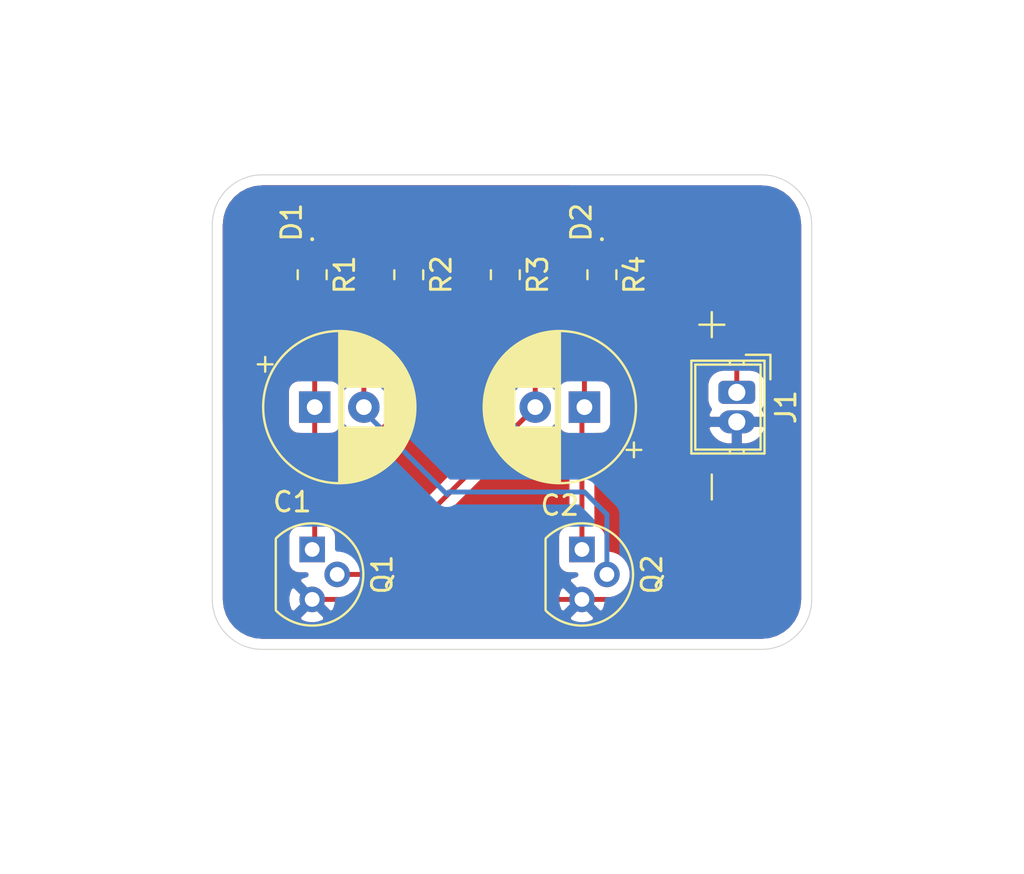
<source format=kicad_pcb>
(kicad_pcb (version 20171130) (host pcbnew "(5.1.10)-1")

  (general
    (thickness 1.6)
    (drawings 13)
    (tracks 34)
    (zones 0)
    (modules 11)
    (nets 9)
  )

  (page A4)
  (layers
    (0 F.Cu signal)
    (31 B.Cu signal)
    (32 B.Adhes user)
    (33 F.Adhes user)
    (34 B.Paste user)
    (35 F.Paste user)
    (36 B.SilkS user)
    (37 F.SilkS user)
    (38 B.Mask user)
    (39 F.Mask user)
    (40 Dwgs.User user)
    (41 Cmts.User user)
    (42 Eco1.User user)
    (43 Eco2.User user)
    (44 Edge.Cuts user)
    (45 Margin user)
    (46 B.CrtYd user)
    (47 F.CrtYd user)
    (48 B.Fab user)
    (49 F.Fab user)
  )

  (setup
    (last_trace_width 0.25)
    (trace_clearance 0.2)
    (zone_clearance 0.508)
    (zone_45_only no)
    (trace_min 0.2)
    (via_size 0.8)
    (via_drill 0.4)
    (via_min_size 0.4)
    (via_min_drill 0.3)
    (uvia_size 0.3)
    (uvia_drill 0.1)
    (uvias_allowed no)
    (uvia_min_size 0.2)
    (uvia_min_drill 0.1)
    (edge_width 0.05)
    (segment_width 0.2)
    (pcb_text_width 0.3)
    (pcb_text_size 1.5 1.5)
    (mod_edge_width 0.12)
    (mod_text_size 1 1)
    (mod_text_width 0.15)
    (pad_size 1.524 1.524)
    (pad_drill 0.762)
    (pad_to_mask_clearance 0)
    (aux_axis_origin 0 0)
    (visible_elements FFFFFF7F)
    (pcbplotparams
      (layerselection 0x010fc_ffffffff)
      (usegerberextensions false)
      (usegerberattributes true)
      (usegerberadvancedattributes true)
      (creategerberjobfile true)
      (excludeedgelayer true)
      (linewidth 0.100000)
      (plotframeref false)
      (viasonmask false)
      (mode 1)
      (useauxorigin false)
      (hpglpennumber 1)
      (hpglpenspeed 20)
      (hpglpendiameter 15.000000)
      (psnegative false)
      (psa4output false)
      (plotreference true)
      (plotvalue true)
      (plotinvisibletext false)
      (padsonsilk false)
      (subtractmaskfromsilk false)
      (outputformat 1)
      (mirror false)
      (drillshape 1)
      (scaleselection 1)
      (outputdirectory ""))
  )

  (net 0 "")
  (net 1 "Net-(C1-Pad2)")
  (net 2 "Net-(C1-Pad1)")
  (net 3 "Net-(C2-Pad2)")
  (net 4 "Net-(C2-Pad1)")
  (net 5 +5V)
  (net 6 "Net-(D1-Pad1)")
  (net 7 "Net-(D2-Pad1)")
  (net 8 GND)

  (net_class Default "This is the default net class."
    (clearance 0.2)
    (trace_width 0.25)
    (via_dia 0.8)
    (via_drill 0.4)
    (uvia_dia 0.3)
    (uvia_drill 0.1)
    (add_net +5V)
    (add_net GND)
    (add_net "Net-(C1-Pad1)")
    (add_net "Net-(C1-Pad2)")
    (add_net "Net-(C2-Pad1)")
    (add_net "Net-(C2-Pad2)")
    (add_net "Net-(D1-Pad1)")
    (add_net "Net-(D2-Pad1)")
  )

  (module Resistor_SMD:R_0805_2012Metric (layer F.Cu) (tedit 5F68FEEE) (tstamp 612EA01B)
    (at 151.892 58.42 270)
    (descr "Resistor SMD 0805 (2012 Metric), square (rectangular) end terminal, IPC_7351 nominal, (Body size source: IPC-SM-782 page 72, https://www.pcb-3d.com/wordpress/wp-content/uploads/ipc-sm-782a_amendment_1_and_2.pdf), generated with kicad-footprint-generator")
    (tags resistor)
    (path /612DDFD0)
    (attr smd)
    (fp_text reference R4 (at 0 -1.65 90) (layer F.SilkS)
      (effects (font (size 1 1) (thickness 0.15)))
    )
    (fp_text value 470 (at -0.4845 1.65 90) (layer F.Fab)
      (effects (font (size 1 1) (thickness 0.15)))
    )
    (fp_text user %R (at 0 0 90) (layer F.Fab)
      (effects (font (size 0.5 0.5) (thickness 0.08)))
    )
    (fp_line (start -1 0.625) (end -1 -0.625) (layer F.Fab) (width 0.1))
    (fp_line (start -1 -0.625) (end 1 -0.625) (layer F.Fab) (width 0.1))
    (fp_line (start 1 -0.625) (end 1 0.625) (layer F.Fab) (width 0.1))
    (fp_line (start 1 0.625) (end -1 0.625) (layer F.Fab) (width 0.1))
    (fp_line (start -0.227064 -0.735) (end 0.227064 -0.735) (layer F.SilkS) (width 0.12))
    (fp_line (start -0.227064 0.735) (end 0.227064 0.735) (layer F.SilkS) (width 0.12))
    (fp_line (start -1.68 0.95) (end -1.68 -0.95) (layer F.CrtYd) (width 0.05))
    (fp_line (start -1.68 -0.95) (end 1.68 -0.95) (layer F.CrtYd) (width 0.05))
    (fp_line (start 1.68 -0.95) (end 1.68 0.95) (layer F.CrtYd) (width 0.05))
    (fp_line (start 1.68 0.95) (end -1.68 0.95) (layer F.CrtYd) (width 0.05))
    (pad 2 smd roundrect (at 0.9125 0 270) (size 1.025 1.4) (layers F.Cu F.Paste F.Mask) (roundrect_rratio 0.243902)
      (net 4 "Net-(C2-Pad1)"))
    (pad 1 smd roundrect (at -0.9125 0 270) (size 1.025 1.4) (layers F.Cu F.Paste F.Mask) (roundrect_rratio 0.243902)
      (net 7 "Net-(D2-Pad1)"))
    (model ${KISYS3DMOD}/Resistor_SMD.3dshapes/R_0805_2012Metric.wrl
      (at (xyz 0 0 0))
      (scale (xyz 1 1 1))
      (rotate (xyz 0 0 0))
    )
  )

  (module Resistor_SMD:R_0805_2012Metric (layer F.Cu) (tedit 5F68FEEE) (tstamp 612EA00A)
    (at 146.981332 58.42 270)
    (descr "Resistor SMD 0805 (2012 Metric), square (rectangular) end terminal, IPC_7351 nominal, (Body size source: IPC-SM-782 page 72, https://www.pcb-3d.com/wordpress/wp-content/uploads/ipc-sm-782a_amendment_1_and_2.pdf), generated with kicad-footprint-generator")
    (tags resistor)
    (path /612DDD1C)
    (attr smd)
    (fp_text reference R3 (at 0 -1.65 90) (layer F.SilkS)
      (effects (font (size 1 1) (thickness 0.15)))
    )
    (fp_text value 10k (at 0 1.65 90) (layer F.Fab)
      (effects (font (size 1 1) (thickness 0.15)))
    )
    (fp_text user %R (at 0 0 90) (layer F.Fab)
      (effects (font (size 0.5 0.5) (thickness 0.08)))
    )
    (fp_line (start -1 0.625) (end -1 -0.625) (layer F.Fab) (width 0.1))
    (fp_line (start -1 -0.625) (end 1 -0.625) (layer F.Fab) (width 0.1))
    (fp_line (start 1 -0.625) (end 1 0.625) (layer F.Fab) (width 0.1))
    (fp_line (start 1 0.625) (end -1 0.625) (layer F.Fab) (width 0.1))
    (fp_line (start -0.227064 -0.735) (end 0.227064 -0.735) (layer F.SilkS) (width 0.12))
    (fp_line (start -0.227064 0.735) (end 0.227064 0.735) (layer F.SilkS) (width 0.12))
    (fp_line (start -1.68 0.95) (end -1.68 -0.95) (layer F.CrtYd) (width 0.05))
    (fp_line (start -1.68 -0.95) (end 1.68 -0.95) (layer F.CrtYd) (width 0.05))
    (fp_line (start 1.68 -0.95) (end 1.68 0.95) (layer F.CrtYd) (width 0.05))
    (fp_line (start 1.68 0.95) (end -1.68 0.95) (layer F.CrtYd) (width 0.05))
    (pad 2 smd roundrect (at 0.9125 0 270) (size 1.025 1.4) (layers F.Cu F.Paste F.Mask) (roundrect_rratio 0.243902)
      (net 3 "Net-(C2-Pad2)"))
    (pad 1 smd roundrect (at -0.9125 0 270) (size 1.025 1.4) (layers F.Cu F.Paste F.Mask) (roundrect_rratio 0.243902)
      (net 5 +5V))
    (model ${KISYS3DMOD}/Resistor_SMD.3dshapes/R_0805_2012Metric.wrl
      (at (xyz 0 0 0))
      (scale (xyz 1 1 1))
      (rotate (xyz 0 0 0))
    )
  )

  (module Resistor_SMD:R_0805_2012Metric (layer F.Cu) (tedit 5F68FEEE) (tstamp 612E9FF9)
    (at 142.070666 58.42 270)
    (descr "Resistor SMD 0805 (2012 Metric), square (rectangular) end terminal, IPC_7351 nominal, (Body size source: IPC-SM-782 page 72, https://www.pcb-3d.com/wordpress/wp-content/uploads/ipc-sm-782a_amendment_1_and_2.pdf), generated with kicad-footprint-generator")
    (tags resistor)
    (path /612DDAEF)
    (attr smd)
    (fp_text reference R2 (at 0 -1.65 90) (layer F.SilkS)
      (effects (font (size 1 1) (thickness 0.15)))
    )
    (fp_text value 10k (at 0 1.65 90) (layer F.Fab)
      (effects (font (size 1 1) (thickness 0.15)))
    )
    (fp_text user %R (at 0 0 90) (layer F.Fab)
      (effects (font (size 0.5 0.5) (thickness 0.08)))
    )
    (fp_line (start -1 0.625) (end -1 -0.625) (layer F.Fab) (width 0.1))
    (fp_line (start -1 -0.625) (end 1 -0.625) (layer F.Fab) (width 0.1))
    (fp_line (start 1 -0.625) (end 1 0.625) (layer F.Fab) (width 0.1))
    (fp_line (start 1 0.625) (end -1 0.625) (layer F.Fab) (width 0.1))
    (fp_line (start -0.227064 -0.735) (end 0.227064 -0.735) (layer F.SilkS) (width 0.12))
    (fp_line (start -0.227064 0.735) (end 0.227064 0.735) (layer F.SilkS) (width 0.12))
    (fp_line (start -1.68 0.95) (end -1.68 -0.95) (layer F.CrtYd) (width 0.05))
    (fp_line (start -1.68 -0.95) (end 1.68 -0.95) (layer F.CrtYd) (width 0.05))
    (fp_line (start 1.68 -0.95) (end 1.68 0.95) (layer F.CrtYd) (width 0.05))
    (fp_line (start 1.68 0.95) (end -1.68 0.95) (layer F.CrtYd) (width 0.05))
    (pad 2 smd roundrect (at 0.9125 0 270) (size 1.025 1.4) (layers F.Cu F.Paste F.Mask) (roundrect_rratio 0.243902)
      (net 1 "Net-(C1-Pad2)"))
    (pad 1 smd roundrect (at -0.9125 0 270) (size 1.025 1.4) (layers F.Cu F.Paste F.Mask) (roundrect_rratio 0.243902)
      (net 5 +5V))
    (model ${KISYS3DMOD}/Resistor_SMD.3dshapes/R_0805_2012Metric.wrl
      (at (xyz 0 0 0))
      (scale (xyz 1 1 1))
      (rotate (xyz 0 0 0))
    )
  )

  (module Resistor_SMD:R_0805_2012Metric (layer F.Cu) (tedit 5F68FEEE) (tstamp 612E9FE8)
    (at 137.16 58.42 270)
    (descr "Resistor SMD 0805 (2012 Metric), square (rectangular) end terminal, IPC_7351 nominal, (Body size source: IPC-SM-782 page 72, https://www.pcb-3d.com/wordpress/wp-content/uploads/ipc-sm-782a_amendment_1_and_2.pdf), generated with kicad-footprint-generator")
    (tags resistor)
    (path /612DCDB5)
    (attr smd)
    (fp_text reference R1 (at 0 -1.65 90) (layer F.SilkS)
      (effects (font (size 1 1) (thickness 0.15)))
    )
    (fp_text value 470 (at 0 1.65 90) (layer F.Fab)
      (effects (font (size 1 1) (thickness 0.15)))
    )
    (fp_text user %R (at 0 0 90) (layer F.Fab)
      (effects (font (size 0.5 0.5) (thickness 0.08)))
    )
    (fp_line (start -1 0.625) (end -1 -0.625) (layer F.Fab) (width 0.1))
    (fp_line (start -1 -0.625) (end 1 -0.625) (layer F.Fab) (width 0.1))
    (fp_line (start 1 -0.625) (end 1 0.625) (layer F.Fab) (width 0.1))
    (fp_line (start 1 0.625) (end -1 0.625) (layer F.Fab) (width 0.1))
    (fp_line (start -0.227064 -0.735) (end 0.227064 -0.735) (layer F.SilkS) (width 0.12))
    (fp_line (start -0.227064 0.735) (end 0.227064 0.735) (layer F.SilkS) (width 0.12))
    (fp_line (start -1.68 0.95) (end -1.68 -0.95) (layer F.CrtYd) (width 0.05))
    (fp_line (start -1.68 -0.95) (end 1.68 -0.95) (layer F.CrtYd) (width 0.05))
    (fp_line (start 1.68 -0.95) (end 1.68 0.95) (layer F.CrtYd) (width 0.05))
    (fp_line (start 1.68 0.95) (end -1.68 0.95) (layer F.CrtYd) (width 0.05))
    (pad 2 smd roundrect (at 0.9125 0 270) (size 1.025 1.4) (layers F.Cu F.Paste F.Mask) (roundrect_rratio 0.243902)
      (net 2 "Net-(C1-Pad1)"))
    (pad 1 smd roundrect (at -0.9125 0 270) (size 1.025 1.4) (layers F.Cu F.Paste F.Mask) (roundrect_rratio 0.243902)
      (net 6 "Net-(D1-Pad1)"))
    (model ${KISYS3DMOD}/Resistor_SMD.3dshapes/R_0805_2012Metric.wrl
      (at (xyz 0 0 0))
      (scale (xyz 1 1 1))
      (rotate (xyz 0 0 0))
    )
  )

  (module Package_TO_SOT_THT:TO-92 (layer F.Cu) (tedit 5A279852) (tstamp 612E9FD7)
    (at 150.876 72.39 270)
    (descr "TO-92 leads molded, narrow, drill 0.75mm (see NXP sot054_po.pdf)")
    (tags "to-92 sc-43 sc-43a sot54 PA33 transistor")
    (path /612D3B4F)
    (fp_text reference Q2 (at 1.27 -3.56 90) (layer F.SilkS)
      (effects (font (size 1 1) (thickness 0.15)))
    )
    (fp_text value BC337 (at 1.27 2.79 90) (layer F.Fab)
      (effects (font (size 1 1) (thickness 0.15)))
    )
    (fp_arc (start 1.27 0) (end 1.27 -2.6) (angle 135) (layer F.SilkS) (width 0.12))
    (fp_arc (start 1.27 0) (end 1.27 -2.48) (angle -135) (layer F.Fab) (width 0.1))
    (fp_arc (start 1.27 0) (end 1.27 -2.6) (angle -135) (layer F.SilkS) (width 0.12))
    (fp_arc (start 1.27 0) (end 1.27 -2.48) (angle 135) (layer F.Fab) (width 0.1))
    (fp_text user %R (at 1.27 0 90) (layer F.Fab)
      (effects (font (size 1 1) (thickness 0.15)))
    )
    (fp_line (start -0.53 1.85) (end 3.07 1.85) (layer F.SilkS) (width 0.12))
    (fp_line (start -0.5 1.75) (end 3 1.75) (layer F.Fab) (width 0.1))
    (fp_line (start -1.46 -2.73) (end 4 -2.73) (layer F.CrtYd) (width 0.05))
    (fp_line (start -1.46 -2.73) (end -1.46 2.01) (layer F.CrtYd) (width 0.05))
    (fp_line (start 4 2.01) (end 4 -2.73) (layer F.CrtYd) (width 0.05))
    (fp_line (start 4 2.01) (end -1.46 2.01) (layer F.CrtYd) (width 0.05))
    (pad 1 thru_hole rect (at 0 0 270) (size 1.3 1.3) (drill 0.75) (layers *.Cu *.Mask)
      (net 4 "Net-(C2-Pad1)"))
    (pad 3 thru_hole circle (at 2.54 0 270) (size 1.3 1.3) (drill 0.75) (layers *.Cu *.Mask)
      (net 8 GND))
    (pad 2 thru_hole circle (at 1.27 -1.27 270) (size 1.3 1.3) (drill 0.75) (layers *.Cu *.Mask)
      (net 1 "Net-(C1-Pad2)"))
    (model ${KISYS3DMOD}/Package_TO_SOT_THT.3dshapes/TO-92.wrl
      (at (xyz 0 0 0))
      (scale (xyz 1 1 1))
      (rotate (xyz 0 0 0))
    )
  )

  (module Package_TO_SOT_THT:TO-92 (layer F.Cu) (tedit 5A279852) (tstamp 612E9FC5)
    (at 137.16 72.39 270)
    (descr "TO-92 leads molded, narrow, drill 0.75mm (see NXP sot054_po.pdf)")
    (tags "to-92 sc-43 sc-43a sot54 PA33 transistor")
    (path /612D52C0)
    (fp_text reference Q1 (at 1.27 -3.56 90) (layer F.SilkS)
      (effects (font (size 1 1) (thickness 0.15)))
    )
    (fp_text value BC337 (at 1.27 2.79 90) (layer F.Fab)
      (effects (font (size 1 1) (thickness 0.15)))
    )
    (fp_arc (start 1.27 0) (end 1.27 -2.6) (angle 135) (layer F.SilkS) (width 0.12))
    (fp_arc (start 1.27 0) (end 1.27 -2.48) (angle -135) (layer F.Fab) (width 0.1))
    (fp_arc (start 1.27 0) (end 1.27 -2.6) (angle -135) (layer F.SilkS) (width 0.12))
    (fp_arc (start 1.27 0) (end 1.27 -2.48) (angle 135) (layer F.Fab) (width 0.1))
    (fp_text user %R (at 1.27 0 90) (layer F.Fab)
      (effects (font (size 1 1) (thickness 0.15)))
    )
    (fp_line (start -0.53 1.85) (end 3.07 1.85) (layer F.SilkS) (width 0.12))
    (fp_line (start -0.5 1.75) (end 3 1.75) (layer F.Fab) (width 0.1))
    (fp_line (start -1.46 -2.73) (end 4 -2.73) (layer F.CrtYd) (width 0.05))
    (fp_line (start -1.46 -2.73) (end -1.46 2.01) (layer F.CrtYd) (width 0.05))
    (fp_line (start 4 2.01) (end 4 -2.73) (layer F.CrtYd) (width 0.05))
    (fp_line (start 4 2.01) (end -1.46 2.01) (layer F.CrtYd) (width 0.05))
    (pad 1 thru_hole rect (at 0 0 270) (size 1.3 1.3) (drill 0.75) (layers *.Cu *.Mask)
      (net 2 "Net-(C1-Pad1)"))
    (pad 3 thru_hole circle (at 2.54 0 270) (size 1.3 1.3) (drill 0.75) (layers *.Cu *.Mask)
      (net 8 GND))
    (pad 2 thru_hole circle (at 1.27 -1.27 270) (size 1.3 1.3) (drill 0.75) (layers *.Cu *.Mask)
      (net 3 "Net-(C2-Pad2)"))
    (model ${KISYS3DMOD}/Package_TO_SOT_THT.3dshapes/TO-92.wrl
      (at (xyz 0 0 0))
      (scale (xyz 1 1 1))
      (rotate (xyz 0 0 0))
    )
  )

  (module Connector_Wuerth:Wuerth_WR-WTB_64800211622_1x02_P1.50mm_Vertical (layer F.Cu) (tedit 5D1DE247) (tstamp 612E9FB3)
    (at 158.75 64.401 270)
    (descr "Wuerth WR-WTB series connector, 64800211622 (https://katalog.we-online.com/em/datasheet/6480xx11622.pdf), generated with kicad-footprint-generator")
    (tags "connector Wuerth WR-WTB vertical")
    (path /612E640A)
    (fp_text reference J1 (at 0.75 -2.5 90) (layer F.SilkS)
      (effects (font (size 1 1) (thickness 0.15)))
    )
    (fp_text value 4P2C (at 0.75 3.4 90) (layer F.Fab)
      (effects (font (size 1 1) (thickness 0.15)))
    )
    (fp_text user %R (at 0.75 1.5 90) (layer F.Fab)
      (effects (font (size 1 1) (thickness 0.15)))
    )
    (fp_line (start -1.5 -1.3) (end -1.5 2.2) (layer F.Fab) (width 0.1))
    (fp_line (start -1.5 2.2) (end 3 2.2) (layer F.Fab) (width 0.1))
    (fp_line (start 3 2.2) (end 3 -1.3) (layer F.Fab) (width 0.1))
    (fp_line (start 3 -1.3) (end -1.5 -1.3) (layer F.Fab) (width 0.1))
    (fp_line (start -1 -1.3) (end 0 -0.3) (layer F.Fab) (width 0.1))
    (fp_line (start 0 -0.3) (end 1 -1.3) (layer F.Fab) (width 0.1))
    (fp_line (start -1.61 -1.41) (end -1.61 2.31) (layer F.SilkS) (width 0.12))
    (fp_line (start -1.61 2.31) (end 3.11 2.31) (layer F.SilkS) (width 0.12))
    (fp_line (start 3.11 2.31) (end 3.11 -1.41) (layer F.SilkS) (width 0.12))
    (fp_line (start 3.11 -1.41) (end -1.61 -1.41) (layer F.SilkS) (width 0.12))
    (fp_line (start -1.61 -0.35) (end -1.41 -0.35) (layer F.SilkS) (width 0.12))
    (fp_line (start -1.41 -0.35) (end -1.41 -1.21) (layer F.SilkS) (width 0.12))
    (fp_line (start -1.41 -1.21) (end 2.91 -1.21) (layer F.SilkS) (width 0.12))
    (fp_line (start 2.91 -1.21) (end 2.91 -0.35) (layer F.SilkS) (width 0.12))
    (fp_line (start 2.91 -0.35) (end 3.11 -0.35) (layer F.SilkS) (width 0.12))
    (fp_line (start -1.41 -0.35) (end -1.41 0.35) (layer F.SilkS) (width 0.12))
    (fp_line (start -1.41 0.35) (end -1.61 0.35) (layer F.SilkS) (width 0.12))
    (fp_line (start 2.91 -0.35) (end 2.91 0.35) (layer F.SilkS) (width 0.12))
    (fp_line (start 2.91 0.35) (end 3.11 0.35) (layer F.SilkS) (width 0.12))
    (fp_line (start -1.41 0.35) (end -1.41 2.11) (layer F.SilkS) (width 0.12))
    (fp_line (start -1.41 2.11) (end 2.91 2.11) (layer F.SilkS) (width 0.12))
    (fp_line (start 2.91 2.11) (end 2.91 0.35) (layer F.SilkS) (width 0.12))
    (fp_line (start -0.66 -1.71) (end -1.91 -1.71) (layer F.SilkS) (width 0.12))
    (fp_line (start -1.91 -1.71) (end -1.91 -0.46) (layer F.SilkS) (width 0.12))
    (fp_line (start -2 -1.8) (end -2 2.7) (layer F.CrtYd) (width 0.05))
    (fp_line (start -2 2.7) (end 3.5 2.7) (layer F.CrtYd) (width 0.05))
    (fp_line (start 3.5 2.7) (end 3.5 -1.8) (layer F.CrtYd) (width 0.05))
    (fp_line (start 3.5 -1.8) (end -2 -1.8) (layer F.CrtYd) (width 0.05))
    (pad 2 thru_hole oval (at 1.5 0 270) (size 1.17 1.87) (drill 0.87) (layers *.Cu *.Mask)
      (net 8 GND))
    (pad 1 thru_hole roundrect (at 0 0 270) (size 1.17 1.87) (drill 0.87) (layers *.Cu *.Mask) (roundrect_rratio 0.213675)
      (net 5 +5V))
    (model ${KISYS3DMOD}/Connector_Wuerth.3dshapes/Wuerth_WR-WTB_64800211622_1x02_P1.50mm_Vertical.wrl
      (at (xyz 0 0 0))
      (scale (xyz 1 1 1))
      (rotate (xyz 0 0 0))
    )
  )

  (module Diode_SMD:D_0201_0603Metric (layer F.Cu) (tedit 5F68FEF0) (tstamp 612E9F90)
    (at 151.892 55.753 90)
    (descr "Diode SMD 0201 (0603 Metric), square (rectangular) end terminal, IPC_7351 nominal, (Body size source: https://www.vishay.com/docs/20052/crcw0201e3.pdf), generated with kicad-footprint-generator")
    (tags diode)
    (path /612DB29A)
    (attr smd)
    (fp_text reference D2 (at 0 -1.05 90) (layer F.SilkS)
      (effects (font (size 1 1) (thickness 0.15)))
    )
    (fp_text value LED (at 0 1.05 90) (layer F.Fab)
      (effects (font (size 1 1) (thickness 0.15)))
    )
    (fp_text user %R (at 0 -0.68 90) (layer F.Fab)
      (effects (font (size 0.25 0.25) (thickness 0.04)))
    )
    (fp_circle (center -0.86 0) (end -0.81 0) (layer F.SilkS) (width 0.1))
    (fp_line (start -0.3 0.15) (end -0.3 -0.15) (layer F.Fab) (width 0.1))
    (fp_line (start -0.3 -0.15) (end 0.3 -0.15) (layer F.Fab) (width 0.1))
    (fp_line (start 0.3 -0.15) (end 0.3 0.15) (layer F.Fab) (width 0.1))
    (fp_line (start 0.3 0.15) (end -0.3 0.15) (layer F.Fab) (width 0.1))
    (fp_line (start -0.2 0.15) (end -0.2 -0.15) (layer F.Fab) (width 0.1))
    (fp_line (start -0.1 0.15) (end -0.1 -0.15) (layer F.Fab) (width 0.1))
    (fp_line (start -0.7 0.35) (end -0.7 -0.35) (layer F.CrtYd) (width 0.05))
    (fp_line (start -0.7 -0.35) (end 0.7 -0.35) (layer F.CrtYd) (width 0.05))
    (fp_line (start 0.7 -0.35) (end 0.7 0.35) (layer F.CrtYd) (width 0.05))
    (fp_line (start 0.7 0.35) (end -0.7 0.35) (layer F.CrtYd) (width 0.05))
    (pad 2 smd roundrect (at 0.32 0 90) (size 0.46 0.4) (layers F.Cu F.Mask) (roundrect_rratio 0.25)
      (net 5 +5V))
    (pad 1 smd roundrect (at -0.32 0 90) (size 0.46 0.4) (layers F.Cu F.Mask) (roundrect_rratio 0.25)
      (net 7 "Net-(D2-Pad1)"))
    (pad "" smd roundrect (at 0.345 0 90) (size 0.318 0.36) (layers F.Paste) (roundrect_rratio 0.25))
    (pad "" smd roundrect (at -0.345 0 90) (size 0.318 0.36) (layers F.Paste) (roundrect_rratio 0.25))
    (model ${KISYS3DMOD}/Diode_SMD.3dshapes/D_0201_0603Metric.wrl
      (at (xyz 0 0 0))
      (scale (xyz 1 1 1))
      (rotate (xyz 0 0 0))
    )
  )

  (module Diode_SMD:D_0201_0603Metric (layer F.Cu) (tedit 5F68FEF0) (tstamp 612E9F7C)
    (at 137.16 55.753 90)
    (descr "Diode SMD 0201 (0603 Metric), square (rectangular) end terminal, IPC_7351 nominal, (Body size source: https://www.vishay.com/docs/20052/crcw0201e3.pdf), generated with kicad-footprint-generator")
    (tags diode)
    (path /612DA243)
    (attr smd)
    (fp_text reference D1 (at 0 -1.05 90) (layer F.SilkS)
      (effects (font (size 1 1) (thickness 0.15)))
    )
    (fp_text value LED (at 0 1.05 90) (layer F.Fab)
      (effects (font (size 1 1) (thickness 0.15)))
    )
    (fp_text user %R (at 0 -0.68 90) (layer F.Fab)
      (effects (font (size 0.25 0.25) (thickness 0.04)))
    )
    (fp_circle (center -0.86 0) (end -0.81 0) (layer F.SilkS) (width 0.1))
    (fp_line (start -0.3 0.15) (end -0.3 -0.15) (layer F.Fab) (width 0.1))
    (fp_line (start -0.3 -0.15) (end 0.3 -0.15) (layer F.Fab) (width 0.1))
    (fp_line (start 0.3 -0.15) (end 0.3 0.15) (layer F.Fab) (width 0.1))
    (fp_line (start 0.3 0.15) (end -0.3 0.15) (layer F.Fab) (width 0.1))
    (fp_line (start -0.2 0.15) (end -0.2 -0.15) (layer F.Fab) (width 0.1))
    (fp_line (start -0.1 0.15) (end -0.1 -0.15) (layer F.Fab) (width 0.1))
    (fp_line (start -0.7 0.35) (end -0.7 -0.35) (layer F.CrtYd) (width 0.05))
    (fp_line (start -0.7 -0.35) (end 0.7 -0.35) (layer F.CrtYd) (width 0.05))
    (fp_line (start 0.7 -0.35) (end 0.7 0.35) (layer F.CrtYd) (width 0.05))
    (fp_line (start 0.7 0.35) (end -0.7 0.35) (layer F.CrtYd) (width 0.05))
    (pad 2 smd roundrect (at 0.32 0 90) (size 0.46 0.4) (layers F.Cu F.Mask) (roundrect_rratio 0.25)
      (net 5 +5V))
    (pad 1 smd roundrect (at -0.32 0 90) (size 0.46 0.4) (layers F.Cu F.Mask) (roundrect_rratio 0.25)
      (net 6 "Net-(D1-Pad1)"))
    (pad "" smd roundrect (at 0.345 0 90) (size 0.318 0.36) (layers F.Paste) (roundrect_rratio 0.25))
    (pad "" smd roundrect (at -0.345 0 90) (size 0.318 0.36) (layers F.Paste) (roundrect_rratio 0.25))
    (model ${KISYS3DMOD}/Diode_SMD.3dshapes/D_0201_0603Metric.wrl
      (at (xyz 0 0 0))
      (scale (xyz 1 1 1))
      (rotate (xyz 0 0 0))
    )
  )

  (module Capacitor_THT:CP_Radial_D7.5mm_P2.50mm (layer F.Cu) (tedit 5AE50EF0) (tstamp 612E9F68)
    (at 151.003 65.151 180)
    (descr "CP, Radial series, Radial, pin pitch=2.50mm, , diameter=7.5mm, Electrolytic Capacitor")
    (tags "CP Radial series Radial pin pitch 2.50mm  diameter 7.5mm Electrolytic Capacitor")
    (path /612D3632)
    (fp_text reference C2 (at 1.25 -5) (layer F.SilkS)
      (effects (font (size 1 1) (thickness 0.15)))
    )
    (fp_text value CP1 (at 1.778 4.826) (layer F.Fab)
      (effects (font (size 1 1) (thickness 0.15)))
    )
    (fp_text user %R (at 1.25 0) (layer F.Fab)
      (effects (font (size 1 1) (thickness 0.15)))
    )
    (fp_circle (center 1.25 0) (end 5 0) (layer F.Fab) (width 0.1))
    (fp_circle (center 1.25 0) (end 5.12 0) (layer F.SilkS) (width 0.12))
    (fp_circle (center 1.25 0) (end 5.25 0) (layer F.CrtYd) (width 0.05))
    (fp_line (start -1.961233 -1.6375) (end -1.211233 -1.6375) (layer F.Fab) (width 0.1))
    (fp_line (start -1.586233 -2.0125) (end -1.586233 -1.2625) (layer F.Fab) (width 0.1))
    (fp_line (start 1.25 -3.83) (end 1.25 3.83) (layer F.SilkS) (width 0.12))
    (fp_line (start 1.29 -3.83) (end 1.29 3.83) (layer F.SilkS) (width 0.12))
    (fp_line (start 1.33 -3.83) (end 1.33 3.83) (layer F.SilkS) (width 0.12))
    (fp_line (start 1.37 -3.829) (end 1.37 3.829) (layer F.SilkS) (width 0.12))
    (fp_line (start 1.41 -3.827) (end 1.41 3.827) (layer F.SilkS) (width 0.12))
    (fp_line (start 1.45 -3.825) (end 1.45 3.825) (layer F.SilkS) (width 0.12))
    (fp_line (start 1.49 -3.823) (end 1.49 -1.04) (layer F.SilkS) (width 0.12))
    (fp_line (start 1.49 1.04) (end 1.49 3.823) (layer F.SilkS) (width 0.12))
    (fp_line (start 1.53 -3.82) (end 1.53 -1.04) (layer F.SilkS) (width 0.12))
    (fp_line (start 1.53 1.04) (end 1.53 3.82) (layer F.SilkS) (width 0.12))
    (fp_line (start 1.57 -3.817) (end 1.57 -1.04) (layer F.SilkS) (width 0.12))
    (fp_line (start 1.57 1.04) (end 1.57 3.817) (layer F.SilkS) (width 0.12))
    (fp_line (start 1.61 -3.814) (end 1.61 -1.04) (layer F.SilkS) (width 0.12))
    (fp_line (start 1.61 1.04) (end 1.61 3.814) (layer F.SilkS) (width 0.12))
    (fp_line (start 1.65 -3.81) (end 1.65 -1.04) (layer F.SilkS) (width 0.12))
    (fp_line (start 1.65 1.04) (end 1.65 3.81) (layer F.SilkS) (width 0.12))
    (fp_line (start 1.69 -3.805) (end 1.69 -1.04) (layer F.SilkS) (width 0.12))
    (fp_line (start 1.69 1.04) (end 1.69 3.805) (layer F.SilkS) (width 0.12))
    (fp_line (start 1.73 -3.801) (end 1.73 -1.04) (layer F.SilkS) (width 0.12))
    (fp_line (start 1.73 1.04) (end 1.73 3.801) (layer F.SilkS) (width 0.12))
    (fp_line (start 1.77 -3.795) (end 1.77 -1.04) (layer F.SilkS) (width 0.12))
    (fp_line (start 1.77 1.04) (end 1.77 3.795) (layer F.SilkS) (width 0.12))
    (fp_line (start 1.81 -3.79) (end 1.81 -1.04) (layer F.SilkS) (width 0.12))
    (fp_line (start 1.81 1.04) (end 1.81 3.79) (layer F.SilkS) (width 0.12))
    (fp_line (start 1.85 -3.784) (end 1.85 -1.04) (layer F.SilkS) (width 0.12))
    (fp_line (start 1.85 1.04) (end 1.85 3.784) (layer F.SilkS) (width 0.12))
    (fp_line (start 1.89 -3.777) (end 1.89 -1.04) (layer F.SilkS) (width 0.12))
    (fp_line (start 1.89 1.04) (end 1.89 3.777) (layer F.SilkS) (width 0.12))
    (fp_line (start 1.93 -3.77) (end 1.93 -1.04) (layer F.SilkS) (width 0.12))
    (fp_line (start 1.93 1.04) (end 1.93 3.77) (layer F.SilkS) (width 0.12))
    (fp_line (start 1.971 -3.763) (end 1.971 -1.04) (layer F.SilkS) (width 0.12))
    (fp_line (start 1.971 1.04) (end 1.971 3.763) (layer F.SilkS) (width 0.12))
    (fp_line (start 2.011 -3.755) (end 2.011 -1.04) (layer F.SilkS) (width 0.12))
    (fp_line (start 2.011 1.04) (end 2.011 3.755) (layer F.SilkS) (width 0.12))
    (fp_line (start 2.051 -3.747) (end 2.051 -1.04) (layer F.SilkS) (width 0.12))
    (fp_line (start 2.051 1.04) (end 2.051 3.747) (layer F.SilkS) (width 0.12))
    (fp_line (start 2.091 -3.738) (end 2.091 -1.04) (layer F.SilkS) (width 0.12))
    (fp_line (start 2.091 1.04) (end 2.091 3.738) (layer F.SilkS) (width 0.12))
    (fp_line (start 2.131 -3.729) (end 2.131 -1.04) (layer F.SilkS) (width 0.12))
    (fp_line (start 2.131 1.04) (end 2.131 3.729) (layer F.SilkS) (width 0.12))
    (fp_line (start 2.171 -3.72) (end 2.171 -1.04) (layer F.SilkS) (width 0.12))
    (fp_line (start 2.171 1.04) (end 2.171 3.72) (layer F.SilkS) (width 0.12))
    (fp_line (start 2.211 -3.71) (end 2.211 -1.04) (layer F.SilkS) (width 0.12))
    (fp_line (start 2.211 1.04) (end 2.211 3.71) (layer F.SilkS) (width 0.12))
    (fp_line (start 2.251 -3.699) (end 2.251 -1.04) (layer F.SilkS) (width 0.12))
    (fp_line (start 2.251 1.04) (end 2.251 3.699) (layer F.SilkS) (width 0.12))
    (fp_line (start 2.291 -3.688) (end 2.291 -1.04) (layer F.SilkS) (width 0.12))
    (fp_line (start 2.291 1.04) (end 2.291 3.688) (layer F.SilkS) (width 0.12))
    (fp_line (start 2.331 -3.677) (end 2.331 -1.04) (layer F.SilkS) (width 0.12))
    (fp_line (start 2.331 1.04) (end 2.331 3.677) (layer F.SilkS) (width 0.12))
    (fp_line (start 2.371 -3.665) (end 2.371 -1.04) (layer F.SilkS) (width 0.12))
    (fp_line (start 2.371 1.04) (end 2.371 3.665) (layer F.SilkS) (width 0.12))
    (fp_line (start 2.411 -3.653) (end 2.411 -1.04) (layer F.SilkS) (width 0.12))
    (fp_line (start 2.411 1.04) (end 2.411 3.653) (layer F.SilkS) (width 0.12))
    (fp_line (start 2.451 -3.64) (end 2.451 -1.04) (layer F.SilkS) (width 0.12))
    (fp_line (start 2.451 1.04) (end 2.451 3.64) (layer F.SilkS) (width 0.12))
    (fp_line (start 2.491 -3.626) (end 2.491 -1.04) (layer F.SilkS) (width 0.12))
    (fp_line (start 2.491 1.04) (end 2.491 3.626) (layer F.SilkS) (width 0.12))
    (fp_line (start 2.531 -3.613) (end 2.531 -1.04) (layer F.SilkS) (width 0.12))
    (fp_line (start 2.531 1.04) (end 2.531 3.613) (layer F.SilkS) (width 0.12))
    (fp_line (start 2.571 -3.598) (end 2.571 -1.04) (layer F.SilkS) (width 0.12))
    (fp_line (start 2.571 1.04) (end 2.571 3.598) (layer F.SilkS) (width 0.12))
    (fp_line (start 2.611 -3.584) (end 2.611 -1.04) (layer F.SilkS) (width 0.12))
    (fp_line (start 2.611 1.04) (end 2.611 3.584) (layer F.SilkS) (width 0.12))
    (fp_line (start 2.651 -3.568) (end 2.651 -1.04) (layer F.SilkS) (width 0.12))
    (fp_line (start 2.651 1.04) (end 2.651 3.568) (layer F.SilkS) (width 0.12))
    (fp_line (start 2.691 -3.553) (end 2.691 -1.04) (layer F.SilkS) (width 0.12))
    (fp_line (start 2.691 1.04) (end 2.691 3.553) (layer F.SilkS) (width 0.12))
    (fp_line (start 2.731 -3.536) (end 2.731 -1.04) (layer F.SilkS) (width 0.12))
    (fp_line (start 2.731 1.04) (end 2.731 3.536) (layer F.SilkS) (width 0.12))
    (fp_line (start 2.771 -3.52) (end 2.771 -1.04) (layer F.SilkS) (width 0.12))
    (fp_line (start 2.771 1.04) (end 2.771 3.52) (layer F.SilkS) (width 0.12))
    (fp_line (start 2.811 -3.502) (end 2.811 -1.04) (layer F.SilkS) (width 0.12))
    (fp_line (start 2.811 1.04) (end 2.811 3.502) (layer F.SilkS) (width 0.12))
    (fp_line (start 2.851 -3.484) (end 2.851 -1.04) (layer F.SilkS) (width 0.12))
    (fp_line (start 2.851 1.04) (end 2.851 3.484) (layer F.SilkS) (width 0.12))
    (fp_line (start 2.891 -3.466) (end 2.891 -1.04) (layer F.SilkS) (width 0.12))
    (fp_line (start 2.891 1.04) (end 2.891 3.466) (layer F.SilkS) (width 0.12))
    (fp_line (start 2.931 -3.447) (end 2.931 -1.04) (layer F.SilkS) (width 0.12))
    (fp_line (start 2.931 1.04) (end 2.931 3.447) (layer F.SilkS) (width 0.12))
    (fp_line (start 2.971 -3.427) (end 2.971 -1.04) (layer F.SilkS) (width 0.12))
    (fp_line (start 2.971 1.04) (end 2.971 3.427) (layer F.SilkS) (width 0.12))
    (fp_line (start 3.011 -3.407) (end 3.011 -1.04) (layer F.SilkS) (width 0.12))
    (fp_line (start 3.011 1.04) (end 3.011 3.407) (layer F.SilkS) (width 0.12))
    (fp_line (start 3.051 -3.386) (end 3.051 -1.04) (layer F.SilkS) (width 0.12))
    (fp_line (start 3.051 1.04) (end 3.051 3.386) (layer F.SilkS) (width 0.12))
    (fp_line (start 3.091 -3.365) (end 3.091 -1.04) (layer F.SilkS) (width 0.12))
    (fp_line (start 3.091 1.04) (end 3.091 3.365) (layer F.SilkS) (width 0.12))
    (fp_line (start 3.131 -3.343) (end 3.131 -1.04) (layer F.SilkS) (width 0.12))
    (fp_line (start 3.131 1.04) (end 3.131 3.343) (layer F.SilkS) (width 0.12))
    (fp_line (start 3.171 -3.321) (end 3.171 -1.04) (layer F.SilkS) (width 0.12))
    (fp_line (start 3.171 1.04) (end 3.171 3.321) (layer F.SilkS) (width 0.12))
    (fp_line (start 3.211 -3.297) (end 3.211 -1.04) (layer F.SilkS) (width 0.12))
    (fp_line (start 3.211 1.04) (end 3.211 3.297) (layer F.SilkS) (width 0.12))
    (fp_line (start 3.251 -3.274) (end 3.251 -1.04) (layer F.SilkS) (width 0.12))
    (fp_line (start 3.251 1.04) (end 3.251 3.274) (layer F.SilkS) (width 0.12))
    (fp_line (start 3.291 -3.249) (end 3.291 -1.04) (layer F.SilkS) (width 0.12))
    (fp_line (start 3.291 1.04) (end 3.291 3.249) (layer F.SilkS) (width 0.12))
    (fp_line (start 3.331 -3.224) (end 3.331 -1.04) (layer F.SilkS) (width 0.12))
    (fp_line (start 3.331 1.04) (end 3.331 3.224) (layer F.SilkS) (width 0.12))
    (fp_line (start 3.371 -3.198) (end 3.371 -1.04) (layer F.SilkS) (width 0.12))
    (fp_line (start 3.371 1.04) (end 3.371 3.198) (layer F.SilkS) (width 0.12))
    (fp_line (start 3.411 -3.172) (end 3.411 -1.04) (layer F.SilkS) (width 0.12))
    (fp_line (start 3.411 1.04) (end 3.411 3.172) (layer F.SilkS) (width 0.12))
    (fp_line (start 3.451 -3.144) (end 3.451 -1.04) (layer F.SilkS) (width 0.12))
    (fp_line (start 3.451 1.04) (end 3.451 3.144) (layer F.SilkS) (width 0.12))
    (fp_line (start 3.491 -3.116) (end 3.491 -1.04) (layer F.SilkS) (width 0.12))
    (fp_line (start 3.491 1.04) (end 3.491 3.116) (layer F.SilkS) (width 0.12))
    (fp_line (start 3.531 -3.088) (end 3.531 -1.04) (layer F.SilkS) (width 0.12))
    (fp_line (start 3.531 1.04) (end 3.531 3.088) (layer F.SilkS) (width 0.12))
    (fp_line (start 3.571 -3.058) (end 3.571 3.058) (layer F.SilkS) (width 0.12))
    (fp_line (start 3.611 -3.028) (end 3.611 3.028) (layer F.SilkS) (width 0.12))
    (fp_line (start 3.651 -2.996) (end 3.651 2.996) (layer F.SilkS) (width 0.12))
    (fp_line (start 3.691 -2.964) (end 3.691 2.964) (layer F.SilkS) (width 0.12))
    (fp_line (start 3.731 -2.931) (end 3.731 2.931) (layer F.SilkS) (width 0.12))
    (fp_line (start 3.771 -2.898) (end 3.771 2.898) (layer F.SilkS) (width 0.12))
    (fp_line (start 3.811 -2.863) (end 3.811 2.863) (layer F.SilkS) (width 0.12))
    (fp_line (start 3.851 -2.827) (end 3.851 2.827) (layer F.SilkS) (width 0.12))
    (fp_line (start 3.891 -2.79) (end 3.891 2.79) (layer F.SilkS) (width 0.12))
    (fp_line (start 3.931 -2.752) (end 3.931 2.752) (layer F.SilkS) (width 0.12))
    (fp_line (start 3.971 -2.713) (end 3.971 2.713) (layer F.SilkS) (width 0.12))
    (fp_line (start 4.011 -2.673) (end 4.011 2.673) (layer F.SilkS) (width 0.12))
    (fp_line (start 4.051 -2.632) (end 4.051 2.632) (layer F.SilkS) (width 0.12))
    (fp_line (start 4.091 -2.589) (end 4.091 2.589) (layer F.SilkS) (width 0.12))
    (fp_line (start 4.131 -2.546) (end 4.131 2.546) (layer F.SilkS) (width 0.12))
    (fp_line (start 4.171 -2.5) (end 4.171 2.5) (layer F.SilkS) (width 0.12))
    (fp_line (start 4.211 -2.454) (end 4.211 2.454) (layer F.SilkS) (width 0.12))
    (fp_line (start 4.251 -2.405) (end 4.251 2.405) (layer F.SilkS) (width 0.12))
    (fp_line (start 4.291 -2.355) (end 4.291 2.355) (layer F.SilkS) (width 0.12))
    (fp_line (start 4.331 -2.304) (end 4.331 2.304) (layer F.SilkS) (width 0.12))
    (fp_line (start 4.371 -2.25) (end 4.371 2.25) (layer F.SilkS) (width 0.12))
    (fp_line (start 4.411 -2.195) (end 4.411 2.195) (layer F.SilkS) (width 0.12))
    (fp_line (start 4.451 -2.137) (end 4.451 2.137) (layer F.SilkS) (width 0.12))
    (fp_line (start 4.491 -2.077) (end 4.491 2.077) (layer F.SilkS) (width 0.12))
    (fp_line (start 4.531 -2.014) (end 4.531 2.014) (layer F.SilkS) (width 0.12))
    (fp_line (start 4.571 -1.949) (end 4.571 1.949) (layer F.SilkS) (width 0.12))
    (fp_line (start 4.611 -1.881) (end 4.611 1.881) (layer F.SilkS) (width 0.12))
    (fp_line (start 4.651 -1.809) (end 4.651 1.809) (layer F.SilkS) (width 0.12))
    (fp_line (start 4.691 -1.733) (end 4.691 1.733) (layer F.SilkS) (width 0.12))
    (fp_line (start 4.731 -1.654) (end 4.731 1.654) (layer F.SilkS) (width 0.12))
    (fp_line (start 4.771 -1.569) (end 4.771 1.569) (layer F.SilkS) (width 0.12))
    (fp_line (start 4.811 -1.478) (end 4.811 1.478) (layer F.SilkS) (width 0.12))
    (fp_line (start 4.851 -1.381) (end 4.851 1.381) (layer F.SilkS) (width 0.12))
    (fp_line (start 4.891 -1.275) (end 4.891 1.275) (layer F.SilkS) (width 0.12))
    (fp_line (start 4.931 -1.158) (end 4.931 1.158) (layer F.SilkS) (width 0.12))
    (fp_line (start 4.971 -1.028) (end 4.971 1.028) (layer F.SilkS) (width 0.12))
    (fp_line (start 5.011 -0.877) (end 5.011 0.877) (layer F.SilkS) (width 0.12))
    (fp_line (start 5.051 -0.693) (end 5.051 0.693) (layer F.SilkS) (width 0.12))
    (fp_line (start 5.091 -0.441) (end 5.091 0.441) (layer F.SilkS) (width 0.12))
    (fp_line (start -2.892211 -2.175) (end -2.142211 -2.175) (layer F.SilkS) (width 0.12))
    (fp_line (start -2.517211 -2.55) (end -2.517211 -1.8) (layer F.SilkS) (width 0.12))
    (pad 2 thru_hole circle (at 2.5 0 180) (size 1.6 1.6) (drill 0.8) (layers *.Cu *.Mask)
      (net 3 "Net-(C2-Pad2)"))
    (pad 1 thru_hole rect (at 0 0 180) (size 1.6 1.6) (drill 0.8) (layers *.Cu *.Mask)
      (net 4 "Net-(C2-Pad1)"))
    (model ${KISYS3DMOD}/Capacitor_THT.3dshapes/CP_Radial_D7.5mm_P2.50mm.wrl
      (at (xyz 0 0 0))
      (scale (xyz 1 1 1))
      (rotate (xyz 0 0 0))
    )
  )

  (module Capacitor_THT:CP_Radial_D7.5mm_P2.50mm (layer F.Cu) (tedit 5AE50EF0) (tstamp 612E9EC5)
    (at 137.287 65.151)
    (descr "CP, Radial series, Radial, pin pitch=2.50mm, , diameter=7.5mm, Electrolytic Capacitor")
    (tags "CP Radial series Radial pin pitch 2.50mm  diameter 7.5mm Electrolytic Capacitor")
    (path /612D2EEC)
    (fp_text reference C1 (at -1.143 4.826) (layer F.SilkS)
      (effects (font (size 1 1) (thickness 0.15)))
    )
    (fp_text value CP1 (at 2.286 -4.699) (layer F.Fab)
      (effects (font (size 1 1) (thickness 0.15)))
    )
    (fp_text user %R (at 1.25 0) (layer F.Fab)
      (effects (font (size 1 1) (thickness 0.15)))
    )
    (fp_circle (center 1.25 0) (end 5 0) (layer F.Fab) (width 0.1))
    (fp_circle (center 1.25 0) (end 5.12 0) (layer F.SilkS) (width 0.12))
    (fp_circle (center 1.25 0) (end 5.25 0) (layer F.CrtYd) (width 0.05))
    (fp_line (start -1.961233 -1.6375) (end -1.211233 -1.6375) (layer F.Fab) (width 0.1))
    (fp_line (start -1.586233 -2.0125) (end -1.586233 -1.2625) (layer F.Fab) (width 0.1))
    (fp_line (start 1.25 -3.83) (end 1.25 3.83) (layer F.SilkS) (width 0.12))
    (fp_line (start 1.29 -3.83) (end 1.29 3.83) (layer F.SilkS) (width 0.12))
    (fp_line (start 1.33 -3.83) (end 1.33 3.83) (layer F.SilkS) (width 0.12))
    (fp_line (start 1.37 -3.829) (end 1.37 3.829) (layer F.SilkS) (width 0.12))
    (fp_line (start 1.41 -3.827) (end 1.41 3.827) (layer F.SilkS) (width 0.12))
    (fp_line (start 1.45 -3.825) (end 1.45 3.825) (layer F.SilkS) (width 0.12))
    (fp_line (start 1.49 -3.823) (end 1.49 -1.04) (layer F.SilkS) (width 0.12))
    (fp_line (start 1.49 1.04) (end 1.49 3.823) (layer F.SilkS) (width 0.12))
    (fp_line (start 1.53 -3.82) (end 1.53 -1.04) (layer F.SilkS) (width 0.12))
    (fp_line (start 1.53 1.04) (end 1.53 3.82) (layer F.SilkS) (width 0.12))
    (fp_line (start 1.57 -3.817) (end 1.57 -1.04) (layer F.SilkS) (width 0.12))
    (fp_line (start 1.57 1.04) (end 1.57 3.817) (layer F.SilkS) (width 0.12))
    (fp_line (start 1.61 -3.814) (end 1.61 -1.04) (layer F.SilkS) (width 0.12))
    (fp_line (start 1.61 1.04) (end 1.61 3.814) (layer F.SilkS) (width 0.12))
    (fp_line (start 1.65 -3.81) (end 1.65 -1.04) (layer F.SilkS) (width 0.12))
    (fp_line (start 1.65 1.04) (end 1.65 3.81) (layer F.SilkS) (width 0.12))
    (fp_line (start 1.69 -3.805) (end 1.69 -1.04) (layer F.SilkS) (width 0.12))
    (fp_line (start 1.69 1.04) (end 1.69 3.805) (layer F.SilkS) (width 0.12))
    (fp_line (start 1.73 -3.801) (end 1.73 -1.04) (layer F.SilkS) (width 0.12))
    (fp_line (start 1.73 1.04) (end 1.73 3.801) (layer F.SilkS) (width 0.12))
    (fp_line (start 1.77 -3.795) (end 1.77 -1.04) (layer F.SilkS) (width 0.12))
    (fp_line (start 1.77 1.04) (end 1.77 3.795) (layer F.SilkS) (width 0.12))
    (fp_line (start 1.81 -3.79) (end 1.81 -1.04) (layer F.SilkS) (width 0.12))
    (fp_line (start 1.81 1.04) (end 1.81 3.79) (layer F.SilkS) (width 0.12))
    (fp_line (start 1.85 -3.784) (end 1.85 -1.04) (layer F.SilkS) (width 0.12))
    (fp_line (start 1.85 1.04) (end 1.85 3.784) (layer F.SilkS) (width 0.12))
    (fp_line (start 1.89 -3.777) (end 1.89 -1.04) (layer F.SilkS) (width 0.12))
    (fp_line (start 1.89 1.04) (end 1.89 3.777) (layer F.SilkS) (width 0.12))
    (fp_line (start 1.93 -3.77) (end 1.93 -1.04) (layer F.SilkS) (width 0.12))
    (fp_line (start 1.93 1.04) (end 1.93 3.77) (layer F.SilkS) (width 0.12))
    (fp_line (start 1.971 -3.763) (end 1.971 -1.04) (layer F.SilkS) (width 0.12))
    (fp_line (start 1.971 1.04) (end 1.971 3.763) (layer F.SilkS) (width 0.12))
    (fp_line (start 2.011 -3.755) (end 2.011 -1.04) (layer F.SilkS) (width 0.12))
    (fp_line (start 2.011 1.04) (end 2.011 3.755) (layer F.SilkS) (width 0.12))
    (fp_line (start 2.051 -3.747) (end 2.051 -1.04) (layer F.SilkS) (width 0.12))
    (fp_line (start 2.051 1.04) (end 2.051 3.747) (layer F.SilkS) (width 0.12))
    (fp_line (start 2.091 -3.738) (end 2.091 -1.04) (layer F.SilkS) (width 0.12))
    (fp_line (start 2.091 1.04) (end 2.091 3.738) (layer F.SilkS) (width 0.12))
    (fp_line (start 2.131 -3.729) (end 2.131 -1.04) (layer F.SilkS) (width 0.12))
    (fp_line (start 2.131 1.04) (end 2.131 3.729) (layer F.SilkS) (width 0.12))
    (fp_line (start 2.171 -3.72) (end 2.171 -1.04) (layer F.SilkS) (width 0.12))
    (fp_line (start 2.171 1.04) (end 2.171 3.72) (layer F.SilkS) (width 0.12))
    (fp_line (start 2.211 -3.71) (end 2.211 -1.04) (layer F.SilkS) (width 0.12))
    (fp_line (start 2.211 1.04) (end 2.211 3.71) (layer F.SilkS) (width 0.12))
    (fp_line (start 2.251 -3.699) (end 2.251 -1.04) (layer F.SilkS) (width 0.12))
    (fp_line (start 2.251 1.04) (end 2.251 3.699) (layer F.SilkS) (width 0.12))
    (fp_line (start 2.291 -3.688) (end 2.291 -1.04) (layer F.SilkS) (width 0.12))
    (fp_line (start 2.291 1.04) (end 2.291 3.688) (layer F.SilkS) (width 0.12))
    (fp_line (start 2.331 -3.677) (end 2.331 -1.04) (layer F.SilkS) (width 0.12))
    (fp_line (start 2.331 1.04) (end 2.331 3.677) (layer F.SilkS) (width 0.12))
    (fp_line (start 2.371 -3.665) (end 2.371 -1.04) (layer F.SilkS) (width 0.12))
    (fp_line (start 2.371 1.04) (end 2.371 3.665) (layer F.SilkS) (width 0.12))
    (fp_line (start 2.411 -3.653) (end 2.411 -1.04) (layer F.SilkS) (width 0.12))
    (fp_line (start 2.411 1.04) (end 2.411 3.653) (layer F.SilkS) (width 0.12))
    (fp_line (start 2.451 -3.64) (end 2.451 -1.04) (layer F.SilkS) (width 0.12))
    (fp_line (start 2.451 1.04) (end 2.451 3.64) (layer F.SilkS) (width 0.12))
    (fp_line (start 2.491 -3.626) (end 2.491 -1.04) (layer F.SilkS) (width 0.12))
    (fp_line (start 2.491 1.04) (end 2.491 3.626) (layer F.SilkS) (width 0.12))
    (fp_line (start 2.531 -3.613) (end 2.531 -1.04) (layer F.SilkS) (width 0.12))
    (fp_line (start 2.531 1.04) (end 2.531 3.613) (layer F.SilkS) (width 0.12))
    (fp_line (start 2.571 -3.598) (end 2.571 -1.04) (layer F.SilkS) (width 0.12))
    (fp_line (start 2.571 1.04) (end 2.571 3.598) (layer F.SilkS) (width 0.12))
    (fp_line (start 2.611 -3.584) (end 2.611 -1.04) (layer F.SilkS) (width 0.12))
    (fp_line (start 2.611 1.04) (end 2.611 3.584) (layer F.SilkS) (width 0.12))
    (fp_line (start 2.651 -3.568) (end 2.651 -1.04) (layer F.SilkS) (width 0.12))
    (fp_line (start 2.651 1.04) (end 2.651 3.568) (layer F.SilkS) (width 0.12))
    (fp_line (start 2.691 -3.553) (end 2.691 -1.04) (layer F.SilkS) (width 0.12))
    (fp_line (start 2.691 1.04) (end 2.691 3.553) (layer F.SilkS) (width 0.12))
    (fp_line (start 2.731 -3.536) (end 2.731 -1.04) (layer F.SilkS) (width 0.12))
    (fp_line (start 2.731 1.04) (end 2.731 3.536) (layer F.SilkS) (width 0.12))
    (fp_line (start 2.771 -3.52) (end 2.771 -1.04) (layer F.SilkS) (width 0.12))
    (fp_line (start 2.771 1.04) (end 2.771 3.52) (layer F.SilkS) (width 0.12))
    (fp_line (start 2.811 -3.502) (end 2.811 -1.04) (layer F.SilkS) (width 0.12))
    (fp_line (start 2.811 1.04) (end 2.811 3.502) (layer F.SilkS) (width 0.12))
    (fp_line (start 2.851 -3.484) (end 2.851 -1.04) (layer F.SilkS) (width 0.12))
    (fp_line (start 2.851 1.04) (end 2.851 3.484) (layer F.SilkS) (width 0.12))
    (fp_line (start 2.891 -3.466) (end 2.891 -1.04) (layer F.SilkS) (width 0.12))
    (fp_line (start 2.891 1.04) (end 2.891 3.466) (layer F.SilkS) (width 0.12))
    (fp_line (start 2.931 -3.447) (end 2.931 -1.04) (layer F.SilkS) (width 0.12))
    (fp_line (start 2.931 1.04) (end 2.931 3.447) (layer F.SilkS) (width 0.12))
    (fp_line (start 2.971 -3.427) (end 2.971 -1.04) (layer F.SilkS) (width 0.12))
    (fp_line (start 2.971 1.04) (end 2.971 3.427) (layer F.SilkS) (width 0.12))
    (fp_line (start 3.011 -3.407) (end 3.011 -1.04) (layer F.SilkS) (width 0.12))
    (fp_line (start 3.011 1.04) (end 3.011 3.407) (layer F.SilkS) (width 0.12))
    (fp_line (start 3.051 -3.386) (end 3.051 -1.04) (layer F.SilkS) (width 0.12))
    (fp_line (start 3.051 1.04) (end 3.051 3.386) (layer F.SilkS) (width 0.12))
    (fp_line (start 3.091 -3.365) (end 3.091 -1.04) (layer F.SilkS) (width 0.12))
    (fp_line (start 3.091 1.04) (end 3.091 3.365) (layer F.SilkS) (width 0.12))
    (fp_line (start 3.131 -3.343) (end 3.131 -1.04) (layer F.SilkS) (width 0.12))
    (fp_line (start 3.131 1.04) (end 3.131 3.343) (layer F.SilkS) (width 0.12))
    (fp_line (start 3.171 -3.321) (end 3.171 -1.04) (layer F.SilkS) (width 0.12))
    (fp_line (start 3.171 1.04) (end 3.171 3.321) (layer F.SilkS) (width 0.12))
    (fp_line (start 3.211 -3.297) (end 3.211 -1.04) (layer F.SilkS) (width 0.12))
    (fp_line (start 3.211 1.04) (end 3.211 3.297) (layer F.SilkS) (width 0.12))
    (fp_line (start 3.251 -3.274) (end 3.251 -1.04) (layer F.SilkS) (width 0.12))
    (fp_line (start 3.251 1.04) (end 3.251 3.274) (layer F.SilkS) (width 0.12))
    (fp_line (start 3.291 -3.249) (end 3.291 -1.04) (layer F.SilkS) (width 0.12))
    (fp_line (start 3.291 1.04) (end 3.291 3.249) (layer F.SilkS) (width 0.12))
    (fp_line (start 3.331 -3.224) (end 3.331 -1.04) (layer F.SilkS) (width 0.12))
    (fp_line (start 3.331 1.04) (end 3.331 3.224) (layer F.SilkS) (width 0.12))
    (fp_line (start 3.371 -3.198) (end 3.371 -1.04) (layer F.SilkS) (width 0.12))
    (fp_line (start 3.371 1.04) (end 3.371 3.198) (layer F.SilkS) (width 0.12))
    (fp_line (start 3.411 -3.172) (end 3.411 -1.04) (layer F.SilkS) (width 0.12))
    (fp_line (start 3.411 1.04) (end 3.411 3.172) (layer F.SilkS) (width 0.12))
    (fp_line (start 3.451 -3.144) (end 3.451 -1.04) (layer F.SilkS) (width 0.12))
    (fp_line (start 3.451 1.04) (end 3.451 3.144) (layer F.SilkS) (width 0.12))
    (fp_line (start 3.491 -3.116) (end 3.491 -1.04) (layer F.SilkS) (width 0.12))
    (fp_line (start 3.491 1.04) (end 3.491 3.116) (layer F.SilkS) (width 0.12))
    (fp_line (start 3.531 -3.088) (end 3.531 -1.04) (layer F.SilkS) (width 0.12))
    (fp_line (start 3.531 1.04) (end 3.531 3.088) (layer F.SilkS) (width 0.12))
    (fp_line (start 3.571 -3.058) (end 3.571 3.058) (layer F.SilkS) (width 0.12))
    (fp_line (start 3.611 -3.028) (end 3.611 3.028) (layer F.SilkS) (width 0.12))
    (fp_line (start 3.651 -2.996) (end 3.651 2.996) (layer F.SilkS) (width 0.12))
    (fp_line (start 3.691 -2.964) (end 3.691 2.964) (layer F.SilkS) (width 0.12))
    (fp_line (start 3.731 -2.931) (end 3.731 2.931) (layer F.SilkS) (width 0.12))
    (fp_line (start 3.771 -2.898) (end 3.771 2.898) (layer F.SilkS) (width 0.12))
    (fp_line (start 3.811 -2.863) (end 3.811 2.863) (layer F.SilkS) (width 0.12))
    (fp_line (start 3.851 -2.827) (end 3.851 2.827) (layer F.SilkS) (width 0.12))
    (fp_line (start 3.891 -2.79) (end 3.891 2.79) (layer F.SilkS) (width 0.12))
    (fp_line (start 3.931 -2.752) (end 3.931 2.752) (layer F.SilkS) (width 0.12))
    (fp_line (start 3.971 -2.713) (end 3.971 2.713) (layer F.SilkS) (width 0.12))
    (fp_line (start 4.011 -2.673) (end 4.011 2.673) (layer F.SilkS) (width 0.12))
    (fp_line (start 4.051 -2.632) (end 4.051 2.632) (layer F.SilkS) (width 0.12))
    (fp_line (start 4.091 -2.589) (end 4.091 2.589) (layer F.SilkS) (width 0.12))
    (fp_line (start 4.131 -2.546) (end 4.131 2.546) (layer F.SilkS) (width 0.12))
    (fp_line (start 4.171 -2.5) (end 4.171 2.5) (layer F.SilkS) (width 0.12))
    (fp_line (start 4.211 -2.454) (end 4.211 2.454) (layer F.SilkS) (width 0.12))
    (fp_line (start 4.251 -2.405) (end 4.251 2.405) (layer F.SilkS) (width 0.12))
    (fp_line (start 4.291 -2.355) (end 4.291 2.355) (layer F.SilkS) (width 0.12))
    (fp_line (start 4.331 -2.304) (end 4.331 2.304) (layer F.SilkS) (width 0.12))
    (fp_line (start 4.371 -2.25) (end 4.371 2.25) (layer F.SilkS) (width 0.12))
    (fp_line (start 4.411 -2.195) (end 4.411 2.195) (layer F.SilkS) (width 0.12))
    (fp_line (start 4.451 -2.137) (end 4.451 2.137) (layer F.SilkS) (width 0.12))
    (fp_line (start 4.491 -2.077) (end 4.491 2.077) (layer F.SilkS) (width 0.12))
    (fp_line (start 4.531 -2.014) (end 4.531 2.014) (layer F.SilkS) (width 0.12))
    (fp_line (start 4.571 -1.949) (end 4.571 1.949) (layer F.SilkS) (width 0.12))
    (fp_line (start 4.611 -1.881) (end 4.611 1.881) (layer F.SilkS) (width 0.12))
    (fp_line (start 4.651 -1.809) (end 4.651 1.809) (layer F.SilkS) (width 0.12))
    (fp_line (start 4.691 -1.733) (end 4.691 1.733) (layer F.SilkS) (width 0.12))
    (fp_line (start 4.731 -1.654) (end 4.731 1.654) (layer F.SilkS) (width 0.12))
    (fp_line (start 4.771 -1.569) (end 4.771 1.569) (layer F.SilkS) (width 0.12))
    (fp_line (start 4.811 -1.478) (end 4.811 1.478) (layer F.SilkS) (width 0.12))
    (fp_line (start 4.851 -1.381) (end 4.851 1.381) (layer F.SilkS) (width 0.12))
    (fp_line (start 4.891 -1.275) (end 4.891 1.275) (layer F.SilkS) (width 0.12))
    (fp_line (start 4.931 -1.158) (end 4.931 1.158) (layer F.SilkS) (width 0.12))
    (fp_line (start 4.971 -1.028) (end 4.971 1.028) (layer F.SilkS) (width 0.12))
    (fp_line (start 5.011 -0.877) (end 5.011 0.877) (layer F.SilkS) (width 0.12))
    (fp_line (start 5.051 -0.693) (end 5.051 0.693) (layer F.SilkS) (width 0.12))
    (fp_line (start 5.091 -0.441) (end 5.091 0.441) (layer F.SilkS) (width 0.12))
    (fp_line (start -2.892211 -2.175) (end -2.142211 -2.175) (layer F.SilkS) (width 0.12))
    (fp_line (start -2.517211 -2.55) (end -2.517211 -1.8) (layer F.SilkS) (width 0.12))
    (pad 2 thru_hole circle (at 2.5 0) (size 1.6 1.6) (drill 0.8) (layers *.Cu *.Mask)
      (net 1 "Net-(C1-Pad2)"))
    (pad 1 thru_hole rect (at 0 0) (size 1.6 1.6) (drill 0.8) (layers *.Cu *.Mask)
      (net 2 "Net-(C1-Pad1)"))
    (model ${KISYS3DMOD}/Capacitor_THT.3dshapes/CP_Radial_D7.5mm_P2.50mm.wrl
      (at (xyz 0 0 0))
      (scale (xyz 1 1 1))
      (rotate (xyz 0 0 0))
    )
  )

  (gr_line (start 157.48 69.85) (end 157.48 68.58) (layer F.SilkS) (width 0.12))
  (gr_line (start 157.48 60.325) (end 157.48 61.595) (layer F.SilkS) (width 0.12))
  (gr_line (start 157.48 60.96) (end 157.48 60.325) (layer F.SilkS) (width 0.12))
  (gr_line (start 158.115 60.96) (end 157.48 60.96) (layer F.SilkS) (width 0.12))
  (gr_line (start 156.845 60.96) (end 158.115 60.96) (layer F.SilkS) (width 0.12))
  (gr_line (start 160.02 77.47) (end 134.62 77.47) (layer Edge.Cuts) (width 0.05) (tstamp 612EB82B))
  (gr_line (start 162.56 74.93) (end 162.56 55.88) (layer Edge.Cuts) (width 0.05) (tstamp 612EB82A))
  (gr_arc (start 160.02 55.88) (end 162.56 55.88) (angle -90) (layer Edge.Cuts) (width 0.05))
  (gr_arc (start 160.02 74.93) (end 160.02 77.47) (angle -90) (layer Edge.Cuts) (width 0.05))
  (gr_line (start 132.08 55.88) (end 132.08 74.93) (layer Edge.Cuts) (width 0.05) (tstamp 612EB821))
  (gr_line (start 160.02 53.34) (end 134.62 53.34) (layer Edge.Cuts) (width 0.05) (tstamp 612EB820))
  (gr_arc (start 134.62 74.93) (end 132.08 74.93) (angle -90) (layer Edge.Cuts) (width 0.05))
  (gr_arc (start 134.62 55.88) (end 134.62 53.34) (angle -90) (layer Edge.Cuts) (width 0.05))

  (segment (start 139.787 61.616166) (end 142.070666 59.3325) (width 0.25) (layer F.Cu) (net 1))
  (segment (start 139.787 65.151) (end 139.787 61.616166) (width 0.25) (layer F.Cu) (net 1))
  (segment (start 152.146 70.612) (end 152.146 73.66) (width 0.25) (layer B.Cu) (net 1))
  (segment (start 148.209 69.469) (end 151.003 69.469) (width 0.25) (layer B.Cu) (net 1))
  (segment (start 151.003 69.469) (end 152.146 70.612) (width 0.25) (layer B.Cu) (net 1))
  (segment (start 144.105 69.469) (end 148.209 69.469) (width 0.25) (layer B.Cu) (net 1))
  (segment (start 139.7 65.278) (end 144.018 69.596) (width 0.25) (layer B.Cu) (net 1))
  (segment (start 137.287 59.4595) (end 137.16 59.3325) (width 0.25) (layer F.Cu) (net 2))
  (segment (start 137.287 65.151) (end 137.287 59.4595) (width 0.25) (layer F.Cu) (net 2))
  (segment (start 137.287 72.263) (end 137.16 72.39) (width 0.25) (layer F.Cu) (net 2))
  (segment (start 137.287 65.151) (end 137.287 72.263) (width 0.25) (layer F.Cu) (net 2))
  (segment (start 148.503 60.854168) (end 146.981332 59.3325) (width 0.25) (layer F.Cu) (net 3))
  (segment (start 148.503 65.151) (end 148.503 60.854168) (width 0.25) (layer F.Cu) (net 3))
  (segment (start 139.994 73.66) (end 148.503 65.151) (width 0.25) (layer F.Cu) (net 3))
  (segment (start 138.43 73.66) (end 139.994 73.66) (width 0.25) (layer F.Cu) (net 3))
  (segment (start 150.876 65.278) (end 151.003 65.151) (width 0.25) (layer F.Cu) (net 4))
  (segment (start 150.876 72.39) (end 150.876 65.278) (width 0.25) (layer F.Cu) (net 4))
  (segment (start 151.003 60.2215) (end 151.892 59.3325) (width 0.25) (layer F.Cu) (net 4))
  (segment (start 151.003 65.151) (end 151.003 60.2215) (width 0.25) (layer F.Cu) (net 4))
  (segment (start 146.981332 55.451668) (end 147 55.433) (width 0.25) (layer F.Cu) (net 5))
  (segment (start 146.981332 57.5075) (end 146.981332 55.451668) (width 0.25) (layer F.Cu) (net 5))
  (segment (start 147 55.433) (end 151.892 55.433) (width 0.25) (layer F.Cu) (net 5))
  (segment (start 142.047 55.433) (end 147 55.433) (width 0.25) (layer F.Cu) (net 5))
  (segment (start 142.070666 55.456666) (end 142.047 55.433) (width 0.25) (layer F.Cu) (net 5))
  (segment (start 142.070666 57.5075) (end 142.070666 55.456666) (width 0.25) (layer F.Cu) (net 5))
  (segment (start 137.16 55.433) (end 142.047 55.433) (width 0.25) (layer F.Cu) (net 5))
  (segment (start 158.75 64.401) (end 158.75 58.039) (width 0.25) (layer F.Cu) (net 5))
  (segment (start 156.144 55.433) (end 151.892 55.433) (width 0.25) (layer F.Cu) (net 5))
  (segment (start 158.75 58.039) (end 156.144 55.433) (width 0.25) (layer F.Cu) (net 5))
  (segment (start 137.16 57.5075) (end 137.16 56.073) (width 0.25) (layer F.Cu) (net 6))
  (segment (start 151.892 57.5075) (end 151.892 56.073) (width 0.25) (layer F.Cu) (net 7))
  (segment (start 137.16 74.93) (end 150.876 74.93) (width 0.25) (layer F.Cu) (net 8))
  (segment (start 150.876 74.93) (end 158.75 74.93) (width 0.25) (layer F.Cu) (net 8))
  (segment (start 158.75 74.93) (end 158.75 65.901) (width 0.25) (layer F.Cu) (net 8))

  (zone (net 8) (net_name GND) (layer F.Cu) (tstamp 0) (hatch edge 0.508)
    (connect_pads (clearance 0.508))
    (min_thickness 0.254)
    (fill yes (arc_segments 32) (thermal_gap 0.508) (thermal_bridge_width 0.508))
    (polygon
      (pts
        (xy 162.56 77.47) (xy 132.08 78.74) (xy 132.08 53.34) (xy 162.56 53.34)
      )
    )
    (filled_polygon
      (pts
        (xy 160.384545 54.038909) (xy 160.735208 54.14478) (xy 161.058625 54.316744) (xy 161.342484 54.548254) (xy 161.575965 54.830486)
        (xy 161.750183 55.152695) (xy 161.858502 55.502614) (xy 161.900001 55.897452) (xy 161.9 74.897721) (xy 161.861091 75.294545)
        (xy 161.75522 75.645206) (xy 161.583257 75.968623) (xy 161.351748 76.252482) (xy 161.069514 76.485965) (xy 160.747304 76.660184)
        (xy 160.397385 76.768502) (xy 160.002557 76.81) (xy 134.652279 76.81) (xy 134.255455 76.771091) (xy 133.904794 76.66522)
        (xy 133.581377 76.493257) (xy 133.297518 76.261748) (xy 133.064035 75.979514) (xy 132.975368 75.815527) (xy 136.454078 75.815527)
        (xy 136.507466 76.044201) (xy 136.737374 76.150095) (xy 136.983524 76.209102) (xy 137.236455 76.218952) (xy 137.486449 76.17927)
        (xy 137.723896 76.091578) (xy 137.812534 76.044201) (xy 137.865922 75.815527) (xy 150.170078 75.815527) (xy 150.223466 76.044201)
        (xy 150.453374 76.150095) (xy 150.699524 76.209102) (xy 150.952455 76.218952) (xy 151.202449 76.17927) (xy 151.439896 76.091578)
        (xy 151.528534 76.044201) (xy 151.581922 75.815527) (xy 150.876 75.109605) (xy 150.170078 75.815527) (xy 137.865922 75.815527)
        (xy 137.16 75.109605) (xy 136.454078 75.815527) (xy 132.975368 75.815527) (xy 132.889816 75.657304) (xy 132.781498 75.307385)
        (xy 132.74987 75.006455) (xy 135.871048 75.006455) (xy 135.91073 75.256449) (xy 135.998422 75.493896) (xy 136.045799 75.582534)
        (xy 136.274473 75.635922) (xy 136.980395 74.93) (xy 136.274473 74.224078) (xy 136.045799 74.277466) (xy 135.939905 74.507374)
        (xy 135.880898 74.753524) (xy 135.871048 75.006455) (xy 132.74987 75.006455) (xy 132.74 74.912557) (xy 132.74 57.244999)
        (xy 135.821928 57.244999) (xy 135.821928 57.770001) (xy 135.838992 57.943255) (xy 135.889528 58.109851) (xy 135.971595 58.263387)
        (xy 136.082038 58.397962) (xy 136.108891 58.42) (xy 136.082038 58.442038) (xy 135.971595 58.576613) (xy 135.889528 58.730149)
        (xy 135.838992 58.896745) (xy 135.821928 59.069999) (xy 135.821928 59.595001) (xy 135.838992 59.768255) (xy 135.889528 59.934851)
        (xy 135.971595 60.088387) (xy 136.082038 60.222962) (xy 136.216613 60.333405) (xy 136.370149 60.415472) (xy 136.527001 60.463052)
        (xy 136.527 63.712928) (xy 136.487 63.712928) (xy 136.362518 63.725188) (xy 136.24282 63.761498) (xy 136.132506 63.820463)
        (xy 136.035815 63.899815) (xy 135.956463 63.996506) (xy 135.897498 64.10682) (xy 135.861188 64.226518) (xy 135.848928 64.351)
        (xy 135.848928 65.951) (xy 135.861188 66.075482) (xy 135.897498 66.19518) (xy 135.956463 66.305494) (xy 136.035815 66.402185)
        (xy 136.132506 66.481537) (xy 136.24282 66.540502) (xy 136.362518 66.576812) (xy 136.487 66.589072) (xy 136.527 66.589072)
        (xy 136.527001 71.101928) (xy 136.51 71.101928) (xy 136.385518 71.114188) (xy 136.26582 71.150498) (xy 136.155506 71.209463)
        (xy 136.058815 71.288815) (xy 135.979463 71.385506) (xy 135.920498 71.49582) (xy 135.884188 71.615518) (xy 135.871928 71.74)
        (xy 135.871928 73.04) (xy 135.884188 73.164482) (xy 135.920498 73.28418) (xy 135.979463 73.394494) (xy 136.058815 73.491185)
        (xy 136.155506 73.570537) (xy 136.26582 73.629502) (xy 136.385518 73.665812) (xy 136.51 73.678072) (xy 136.850296 73.678072)
        (xy 136.833551 73.68073) (xy 136.596104 73.768422) (xy 136.507466 73.815799) (xy 136.454078 74.044473) (xy 137.16 74.750395)
        (xy 137.174143 74.736253) (xy 137.353748 74.915858) (xy 137.339605 74.93) (xy 138.045527 75.635922) (xy 138.274201 75.582534)
        (xy 138.380095 75.352626) (xy 138.439102 75.106476) (xy 138.442996 75.006455) (xy 149.587048 75.006455) (xy 149.62673 75.256449)
        (xy 149.714422 75.493896) (xy 149.761799 75.582534) (xy 149.990473 75.635922) (xy 150.696395 74.93) (xy 149.990473 74.224078)
        (xy 149.761799 74.277466) (xy 149.655905 74.507374) (xy 149.596898 74.753524) (xy 149.587048 75.006455) (xy 138.442996 75.006455)
        (xy 138.44539 74.945) (xy 138.556561 74.945) (xy 138.804821 74.895619) (xy 139.038676 74.798753) (xy 139.24914 74.658125)
        (xy 139.428125 74.47914) (xy 139.467641 74.42) (xy 139.956678 74.42) (xy 139.994 74.423676) (xy 140.031322 74.42)
        (xy 140.031333 74.42) (xy 140.142986 74.409003) (xy 140.286247 74.365546) (xy 140.418276 74.294974) (xy 140.534001 74.200001)
        (xy 140.557804 74.170997) (xy 148.179114 66.549688) (xy 148.361665 66.586) (xy 148.644335 66.586) (xy 148.921574 66.530853)
        (xy 149.182727 66.42268) (xy 149.417759 66.265637) (xy 149.584339 66.099057) (xy 149.613498 66.19518) (xy 149.672463 66.305494)
        (xy 149.751815 66.402185) (xy 149.848506 66.481537) (xy 149.95882 66.540502) (xy 150.078518 66.576812) (xy 150.116001 66.580504)
        (xy 150.116 71.112762) (xy 150.101518 71.114188) (xy 149.98182 71.150498) (xy 149.871506 71.209463) (xy 149.774815 71.288815)
        (xy 149.695463 71.385506) (xy 149.636498 71.49582) (xy 149.600188 71.615518) (xy 149.587928 71.74) (xy 149.587928 73.04)
        (xy 149.600188 73.164482) (xy 149.636498 73.28418) (xy 149.695463 73.394494) (xy 149.774815 73.491185) (xy 149.871506 73.570537)
        (xy 149.98182 73.629502) (xy 150.101518 73.665812) (xy 150.226 73.678072) (xy 150.566296 73.678072) (xy 150.549551 73.68073)
        (xy 150.312104 73.768422) (xy 150.223466 73.815799) (xy 150.170078 74.044473) (xy 150.876 74.750395) (xy 150.890143 74.736253)
        (xy 151.069748 74.915858) (xy 151.055605 74.93) (xy 151.761527 75.635922) (xy 151.990201 75.582534) (xy 152.096095 75.352626)
        (xy 152.155102 75.106476) (xy 152.16139 74.945) (xy 152.272561 74.945) (xy 152.520821 74.895619) (xy 152.754676 74.798753)
        (xy 152.96514 74.658125) (xy 153.144125 74.47914) (xy 153.284753 74.268676) (xy 153.381619 74.034821) (xy 153.431 73.786561)
        (xy 153.431 73.533439) (xy 153.381619 73.285179) (xy 153.284753 73.051324) (xy 153.144125 72.84086) (xy 152.96514 72.661875)
        (xy 152.754676 72.521247) (xy 152.520821 72.424381) (xy 152.272561 72.375) (xy 152.164072 72.375) (xy 152.164072 71.74)
        (xy 152.151812 71.615518) (xy 152.115502 71.49582) (xy 152.056537 71.385506) (xy 151.977185 71.288815) (xy 151.880494 71.209463)
        (xy 151.77018 71.150498) (xy 151.650482 71.114188) (xy 151.636 71.112762) (xy 151.636 66.589072) (xy 151.803 66.589072)
        (xy 151.927482 66.576812) (xy 152.04718 66.540502) (xy 152.157494 66.481537) (xy 152.254185 66.402185) (xy 152.333537 66.305494)
        (xy 152.381239 66.21625) (xy 157.221434 66.21625) (xy 157.224265 66.250541) (xy 157.315048 66.473199) (xy 157.447526 66.673868)
        (xy 157.616607 66.844836) (xy 157.815793 66.979533) (xy 158.03743 67.072782) (xy 158.273 67.121) (xy 158.623 67.121)
        (xy 158.623 66.028) (xy 158.877 66.028) (xy 158.877 67.121) (xy 159.227 67.121) (xy 159.46257 67.072782)
        (xy 159.684207 66.979533) (xy 159.883393 66.844836) (xy 160.052474 66.673868) (xy 160.184952 66.473199) (xy 160.275735 66.250541)
        (xy 160.278566 66.21625) (xy 160.153624 66.028) (xy 158.877 66.028) (xy 158.623 66.028) (xy 157.346376 66.028)
        (xy 157.221434 66.21625) (xy 152.381239 66.21625) (xy 152.392502 66.19518) (xy 152.428812 66.075482) (xy 152.441072 65.951)
        (xy 152.441072 64.351) (xy 152.428812 64.226518) (xy 152.392502 64.10682) (xy 152.333537 63.996506) (xy 152.254185 63.899815)
        (xy 152.157494 63.820463) (xy 152.04718 63.761498) (xy 151.927482 63.725188) (xy 151.803 63.712928) (xy 151.763 63.712928)
        (xy 151.763 60.536301) (xy 151.816229 60.483072) (xy 152.342001 60.483072) (xy 152.515255 60.466008) (xy 152.681851 60.415472)
        (xy 152.835387 60.333405) (xy 152.969962 60.222962) (xy 153.080405 60.088387) (xy 153.162472 59.934851) (xy 153.213008 59.768255)
        (xy 153.230072 59.595001) (xy 153.230072 59.069999) (xy 153.213008 58.896745) (xy 153.162472 58.730149) (xy 153.080405 58.576613)
        (xy 152.969962 58.442038) (xy 152.943109 58.42) (xy 152.969962 58.397962) (xy 153.080405 58.263387) (xy 153.162472 58.109851)
        (xy 153.213008 57.943255) (xy 153.230072 57.770001) (xy 153.230072 57.244999) (xy 153.213008 57.071745) (xy 153.162472 56.905149)
        (xy 153.080405 56.751613) (xy 152.969962 56.617038) (xy 152.835387 56.506595) (xy 152.690902 56.429366) (xy 152.71589 56.346991)
        (xy 152.730072 56.203) (xy 152.730072 56.193) (xy 155.829199 56.193) (xy 157.990001 58.353803) (xy 157.99 63.185315)
        (xy 157.891745 63.194992) (xy 157.725149 63.245528) (xy 157.571613 63.327595) (xy 157.437038 63.438038) (xy 157.326595 63.572613)
        (xy 157.244528 63.726149) (xy 157.193992 63.892745) (xy 157.176928 64.065999) (xy 157.176928 64.736001) (xy 157.193992 64.909255)
        (xy 157.244528 65.075851) (xy 157.326595 65.229387) (xy 157.356568 65.265909) (xy 157.315048 65.328801) (xy 157.224265 65.551459)
        (xy 157.221434 65.58575) (xy 157.346376 65.774) (xy 158.623 65.774) (xy 158.623 65.754) (xy 158.877 65.754)
        (xy 158.877 65.774) (xy 160.153624 65.774) (xy 160.278566 65.58575) (xy 160.275735 65.551459) (xy 160.184952 65.328801)
        (xy 160.143432 65.265909) (xy 160.173405 65.229387) (xy 160.255472 65.075851) (xy 160.306008 64.909255) (xy 160.323072 64.736001)
        (xy 160.323072 64.065999) (xy 160.306008 63.892745) (xy 160.255472 63.726149) (xy 160.173405 63.572613) (xy 160.062962 63.438038)
        (xy 159.928387 63.327595) (xy 159.774851 63.245528) (xy 159.608255 63.194992) (xy 159.51 63.185315) (xy 159.51 58.076333)
        (xy 159.513677 58.039) (xy 159.499003 57.890014) (xy 159.455546 57.746753) (xy 159.384974 57.614724) (xy 159.313799 57.527997)
        (xy 159.290001 57.498999) (xy 159.261003 57.475201) (xy 156.707804 54.922003) (xy 156.684001 54.892999) (xy 156.568276 54.798026)
        (xy 156.436247 54.727454) (xy 156.292986 54.683997) (xy 156.181333 54.673) (xy 156.181322 54.673) (xy 156.144 54.669324)
        (xy 156.106678 54.673) (xy 152.371526 54.673) (xy 152.274448 54.62111) (xy 152.135991 54.57911) (xy 151.992 54.564928)
        (xy 151.792 54.564928) (xy 151.648009 54.57911) (xy 151.509552 54.62111) (xy 151.412474 54.673) (xy 147.037333 54.673)
        (xy 147 54.669323) (xy 146.962667 54.673) (xy 142.084322 54.673) (xy 142.047 54.669324) (xy 142.009678 54.673)
        (xy 137.639526 54.673) (xy 137.542448 54.62111) (xy 137.403991 54.57911) (xy 137.26 54.564928) (xy 137.06 54.564928)
        (xy 136.916009 54.57911) (xy 136.777552 54.62111) (xy 136.649949 54.689316) (xy 136.538104 54.781104) (xy 136.446316 54.892949)
        (xy 136.37811 55.020552) (xy 136.33611 55.159009) (xy 136.321928 55.303) (xy 136.321928 55.563) (xy 136.33611 55.706991)
        (xy 136.350067 55.753) (xy 136.33611 55.799009) (xy 136.321928 55.943) (xy 136.321928 56.203) (xy 136.33611 56.346991)
        (xy 136.361098 56.429366) (xy 136.216613 56.506595) (xy 136.082038 56.617038) (xy 135.971595 56.751613) (xy 135.889528 56.905149)
        (xy 135.838992 57.071745) (xy 135.821928 57.244999) (xy 132.74 57.244999) (xy 132.74 55.912279) (xy 132.778909 55.515455)
        (xy 132.88478 55.164792) (xy 133.056744 54.841375) (xy 133.288254 54.557516) (xy 133.570486 54.324035) (xy 133.892695 54.149817)
        (xy 134.242614 54.041498) (xy 134.637443 54) (xy 159.987721 54)
      )
    )
  )
  (zone (net 0) (net_name "") (layer F.Cu) (tstamp 0) (hatch edge 0.508)
    (connect_pads (clearance 0.508))
    (min_thickness 0.254)
    (fill yes (arc_segments 32) (thermal_gap 0.508) (thermal_bridge_width 0.508))
    (polygon
      (pts
        (xy 153.67 62.23) (xy 146.05 72.39) (xy 138.43 72.39) (xy 127 59.69) (xy 132.08 52.07)
        (xy 148.59 49.53)
      )
    )
    (filled_polygon
      (pts
        (xy 146.221333 56.415473) (xy 146.191481 56.424528) (xy 146.037945 56.506595) (xy 145.90337 56.617038) (xy 145.792927 56.751613)
        (xy 145.71086 56.905149) (xy 145.660324 57.071745) (xy 145.64326 57.244999) (xy 145.64326 57.770001) (xy 145.660324 57.943255)
        (xy 145.71086 58.109851) (xy 145.792927 58.263387) (xy 145.90337 58.397962) (xy 145.930223 58.42) (xy 145.90337 58.442038)
        (xy 145.792927 58.576613) (xy 145.71086 58.730149) (xy 145.660324 58.896745) (xy 145.64326 59.069999) (xy 145.64326 59.595001)
        (xy 145.660324 59.768255) (xy 145.71086 59.934851) (xy 145.792927 60.088387) (xy 145.90337 60.222962) (xy 146.037945 60.333405)
        (xy 146.191481 60.415472) (xy 146.358077 60.466008) (xy 146.531331 60.483072) (xy 147.057103 60.483072) (xy 147.743001 61.168971)
        (xy 147.743 63.932956) (xy 147.588241 64.036363) (xy 147.388363 64.236241) (xy 147.23132 64.471273) (xy 147.123147 64.732426)
        (xy 147.068 65.009665) (xy 147.068 65.292335) (xy 147.104312 65.474886) (xy 140.316199 72.263) (xy 138.486561 72.263)
        (xy 138.448072 72.220234) (xy 138.448072 71.74) (xy 138.435812 71.615518) (xy 138.399502 71.49582) (xy 138.340537 71.385506)
        (xy 138.261185 71.288815) (xy 138.164494 71.209463) (xy 138.05418 71.150498) (xy 138.047 71.14832) (xy 138.047 66.589072)
        (xy 138.087 66.589072) (xy 138.211482 66.576812) (xy 138.33118 66.540502) (xy 138.441494 66.481537) (xy 138.538185 66.402185)
        (xy 138.617537 66.305494) (xy 138.676502 66.19518) (xy 138.705661 66.099057) (xy 138.872241 66.265637) (xy 139.107273 66.42268)
        (xy 139.368426 66.530853) (xy 139.645665 66.586) (xy 139.928335 66.586) (xy 140.205574 66.530853) (xy 140.466727 66.42268)
        (xy 140.701759 66.265637) (xy 140.901637 66.065759) (xy 141.05868 65.830727) (xy 141.166853 65.569574) (xy 141.222 65.292335)
        (xy 141.222 65.009665) (xy 141.166853 64.732426) (xy 141.05868 64.471273) (xy 140.901637 64.236241) (xy 140.701759 64.036363)
        (xy 140.547 63.932957) (xy 140.547 61.930967) (xy 141.994896 60.483072) (xy 142.520667 60.483072) (xy 142.693921 60.466008)
        (xy 142.860517 60.415472) (xy 143.014053 60.333405) (xy 143.148628 60.222962) (xy 143.259071 60.088387) (xy 143.341138 59.934851)
        (xy 143.391674 59.768255) (xy 143.408738 59.595001) (xy 143.408738 59.069999) (xy 143.391674 58.896745) (xy 143.341138 58.730149)
        (xy 143.259071 58.576613) (xy 143.148628 58.442038) (xy 143.121775 58.42) (xy 143.148628 58.397962) (xy 143.259071 58.263387)
        (xy 143.341138 58.109851) (xy 143.391674 57.943255) (xy 143.408738 57.770001) (xy 143.408738 57.244999) (xy 143.391674 57.071745)
        (xy 143.341138 56.905149) (xy 143.259071 56.751613) (xy 143.148628 56.617038) (xy 143.014053 56.506595) (xy 142.860517 56.424528)
        (xy 142.830666 56.415473) (xy 142.830666 56.193) (xy 146.221333 56.193)
      )
    )
    (filled_polygon
      (pts
        (xy 149.613498 66.19518) (xy 149.672463 66.305494) (xy 149.751815 66.402185) (xy 149.848506 66.481537) (xy 149.95882 66.540502)
        (xy 150.078518 66.576812) (xy 150.116001 66.580504) (xy 150.116001 66.756999) (xy 145.9865 72.263) (xy 142.465801 72.263)
        (xy 148.179114 66.549688) (xy 148.361665 66.586) (xy 148.644335 66.586) (xy 148.921574 66.530853) (xy 149.182727 66.42268)
        (xy 149.417759 66.265637) (xy 149.584339 66.099057)
      )
    )
    (filled_polygon
      (pts
        (xy 150.510416 54.673) (xy 147.037333 54.673) (xy 147 54.669323) (xy 146.962667 54.673) (xy 142.084322 54.673)
        (xy 142.047 54.669324) (xy 142.009678 54.673) (xy 137.639526 54.673) (xy 137.542448 54.62111) (xy 137.403991 54.57911)
        (xy 137.26 54.564928) (xy 137.06 54.564928) (xy 136.916009 54.57911) (xy 136.777552 54.62111) (xy 136.649949 54.689316)
        (xy 136.538104 54.781104) (xy 136.446316 54.892949) (xy 136.37811 55.020552) (xy 136.33611 55.159009) (xy 136.321928 55.303)
        (xy 136.321928 55.563) (xy 136.33611 55.706991) (xy 136.350067 55.753) (xy 136.33611 55.799009) (xy 136.321928 55.943)
        (xy 136.321928 56.203) (xy 136.33611 56.346991) (xy 136.361098 56.429366) (xy 136.216613 56.506595) (xy 136.082038 56.617038)
        (xy 135.971595 56.751613) (xy 135.889528 56.905149) (xy 135.838992 57.071745) (xy 135.821928 57.244999) (xy 135.821928 57.770001)
        (xy 135.838992 57.943255) (xy 135.889528 58.109851) (xy 135.971595 58.263387) (xy 136.082038 58.397962) (xy 136.108891 58.42)
        (xy 136.082038 58.442038) (xy 135.971595 58.576613) (xy 135.889528 58.730149) (xy 135.838992 58.896745) (xy 135.821928 59.069999)
        (xy 135.821928 59.595001) (xy 135.838992 59.768255) (xy 135.889528 59.934851) (xy 135.971595 60.088387) (xy 136.082038 60.222962)
        (xy 136.216613 60.333405) (xy 136.370149 60.415472) (xy 136.527001 60.463052) (xy 136.527 63.712928) (xy 136.487 63.712928)
        (xy 136.362518 63.725188) (xy 136.24282 63.761498) (xy 136.132506 63.820463) (xy 136.035815 63.899815) (xy 135.956463 63.996506)
        (xy 135.897498 64.10682) (xy 135.861188 64.226518) (xy 135.848928 64.351) (xy 135.848928 65.951) (xy 135.861188 66.075482)
        (xy 135.897498 66.19518) (xy 135.956463 66.305494) (xy 136.035815 66.402185) (xy 136.132506 66.481537) (xy 136.24282 66.540502)
        (xy 136.362518 66.576812) (xy 136.487 66.589072) (xy 136.527 66.589072) (xy 136.527001 70.085711) (xy 132.74 65.877932)
        (xy 132.74 55.912279) (xy 132.778909 55.515455) (xy 132.88478 55.164792) (xy 133.056744 54.841375) (xy 133.288254 54.557516)
        (xy 133.570486 54.324035) (xy 133.892695 54.149817) (xy 134.242614 54.041498) (xy 134.637443 54) (xy 150.241216 54)
      )
    )
    (filled_polygon
      (pts
        (xy 141.310667 56.415473) (xy 141.280815 56.424528) (xy 141.127279 56.506595) (xy 140.992704 56.617038) (xy 140.882261 56.751613)
        (xy 140.800194 56.905149) (xy 140.749658 57.071745) (xy 140.732594 57.244999) (xy 140.732594 57.770001) (xy 140.749658 57.943255)
        (xy 140.800194 58.109851) (xy 140.882261 58.263387) (xy 140.992704 58.397962) (xy 141.019557 58.42) (xy 140.992704 58.442038)
        (xy 140.882261 58.576613) (xy 140.800194 58.730149) (xy 140.749658 58.896745) (xy 140.732594 59.069999) (xy 140.732594 59.595001)
        (xy 140.732663 59.595701) (xy 139.275998 61.052367) (xy 139.247 61.076165) (xy 139.223202 61.105163) (xy 139.223201 61.105164)
        (xy 139.152026 61.19189) (xy 139.081454 61.32392) (xy 139.037998 61.467181) (xy 139.023324 61.616166) (xy 139.027001 61.653498)
        (xy 139.027 63.932956) (xy 138.872241 64.036363) (xy 138.705661 64.202943) (xy 138.676502 64.10682) (xy 138.617537 63.996506)
        (xy 138.538185 63.899815) (xy 138.441494 63.820463) (xy 138.33118 63.761498) (xy 138.211482 63.725188) (xy 138.087 63.712928)
        (xy 138.047 63.712928) (xy 138.047 60.363545) (xy 138.103387 60.333405) (xy 138.237962 60.222962) (xy 138.348405 60.088387)
        (xy 138.430472 59.934851) (xy 138.481008 59.768255) (xy 138.498072 59.595001) (xy 138.498072 59.069999) (xy 138.481008 58.896745)
        (xy 138.430472 58.730149) (xy 138.348405 58.576613) (xy 138.237962 58.442038) (xy 138.211109 58.42) (xy 138.237962 58.397962)
        (xy 138.348405 58.263387) (xy 138.430472 58.109851) (xy 138.481008 57.943255) (xy 138.498072 57.770001) (xy 138.498072 57.244999)
        (xy 138.481008 57.071745) (xy 138.430472 56.905149) (xy 138.348405 56.751613) (xy 138.237962 56.617038) (xy 138.103387 56.506595)
        (xy 137.958902 56.429366) (xy 137.98389 56.346991) (xy 137.998072 56.203) (xy 137.998072 56.193) (xy 141.310667 56.193)
      )
    )
    (filled_polygon
      (pts
        (xy 151.053928 56.203) (xy 151.06811 56.346991) (xy 151.093098 56.429366) (xy 150.948613 56.506595) (xy 150.814038 56.617038)
        (xy 150.703595 56.751613) (xy 150.621528 56.905149) (xy 150.570992 57.071745) (xy 150.553928 57.244999) (xy 150.553928 57.770001)
        (xy 150.570992 57.943255) (xy 150.621528 58.109851) (xy 150.703595 58.263387) (xy 150.814038 58.397962) (xy 150.840891 58.42)
        (xy 150.814038 58.442038) (xy 150.703595 58.576613) (xy 150.621528 58.730149) (xy 150.570992 58.896745) (xy 150.553928 59.069999)
        (xy 150.553928 59.595001) (xy 150.553997 59.595702) (xy 150.491998 59.657701) (xy 150.463 59.681499) (xy 150.439202 59.710497)
        (xy 150.439201 59.710498) (xy 150.368026 59.797224) (xy 150.297454 59.929254) (xy 150.253998 60.072515) (xy 150.239324 60.2215)
        (xy 150.243001 60.258832) (xy 150.243 63.712928) (xy 150.203 63.712928) (xy 150.078518 63.725188) (xy 149.95882 63.761498)
        (xy 149.848506 63.820463) (xy 149.751815 63.899815) (xy 149.672463 63.996506) (xy 149.613498 64.10682) (xy 149.584339 64.202943)
        (xy 149.417759 64.036363) (xy 149.263 63.932957) (xy 149.263 60.891501) (xy 149.266677 60.854168) (xy 149.252003 60.705182)
        (xy 149.208546 60.561921) (xy 149.137974 60.429892) (xy 149.066799 60.343165) (xy 149.043001 60.314167) (xy 149.014003 60.290369)
        (xy 148.319335 59.595701) (xy 148.319404 59.595001) (xy 148.319404 59.069999) (xy 148.30234 58.896745) (xy 148.251804 58.730149)
        (xy 148.169737 58.576613) (xy 148.059294 58.442038) (xy 148.032441 58.42) (xy 148.059294 58.397962) (xy 148.169737 58.263387)
        (xy 148.251804 58.109851) (xy 148.30234 57.943255) (xy 148.319404 57.770001) (xy 148.319404 57.244999) (xy 148.30234 57.071745)
        (xy 148.251804 56.905149) (xy 148.169737 56.751613) (xy 148.059294 56.617038) (xy 147.924719 56.506595) (xy 147.771183 56.424528)
        (xy 147.741332 56.415473) (xy 147.741332 56.193) (xy 151.053928 56.193)
      )
    )
    (filled_polygon
      (pts
        (xy 153.525576 62.210899) (xy 152.256643 63.90281) (xy 152.254185 63.899815) (xy 152.157494 63.820463) (xy 152.04718 63.761498)
        (xy 151.927482 63.725188) (xy 151.803 63.712928) (xy 151.763 63.712928) (xy 151.763 60.536301) (xy 151.816229 60.483072)
        (xy 152.342001 60.483072) (xy 152.515255 60.466008) (xy 152.681851 60.415472) (xy 152.78529 60.360183)
      )
    )
  )
  (zone (net 8) (net_name GND) (layer B.Cu) (tstamp 0) (hatch edge 0.508)
    (connect_pads (clearance 0.508))
    (min_thickness 0.254)
    (fill yes (arc_segments 32) (thermal_gap 0.508) (thermal_bridge_width 0.508))
    (polygon
      (pts
        (xy 168.275 88.9) (xy 123.825 83.185) (xy 121.285 81.28) (xy 121.285 45.085) (xy 173.355 44.45)
      )
    )
    (filled_polygon
      (pts
        (xy 160.384545 54.038909) (xy 160.735208 54.14478) (xy 161.058625 54.316744) (xy 161.342484 54.548254) (xy 161.575965 54.830486)
        (xy 161.750183 55.152695) (xy 161.858502 55.502614) (xy 161.900001 55.897452) (xy 161.9 74.897721) (xy 161.861091 75.294545)
        (xy 161.75522 75.645206) (xy 161.583257 75.968623) (xy 161.351748 76.252482) (xy 161.069514 76.485965) (xy 160.747304 76.660184)
        (xy 160.397385 76.768502) (xy 160.002557 76.81) (xy 134.652279 76.81) (xy 134.255455 76.771091) (xy 133.904794 76.66522)
        (xy 133.581377 76.493257) (xy 133.297518 76.261748) (xy 133.064035 75.979514) (xy 132.975368 75.815527) (xy 136.454078 75.815527)
        (xy 136.507466 76.044201) (xy 136.737374 76.150095) (xy 136.983524 76.209102) (xy 137.236455 76.218952) (xy 137.486449 76.17927)
        (xy 137.723896 76.091578) (xy 137.812534 76.044201) (xy 137.865922 75.815527) (xy 150.170078 75.815527) (xy 150.223466 76.044201)
        (xy 150.453374 76.150095) (xy 150.699524 76.209102) (xy 150.952455 76.218952) (xy 151.202449 76.17927) (xy 151.439896 76.091578)
        (xy 151.528534 76.044201) (xy 151.581922 75.815527) (xy 150.876 75.109605) (xy 150.170078 75.815527) (xy 137.865922 75.815527)
        (xy 137.16 75.109605) (xy 136.454078 75.815527) (xy 132.975368 75.815527) (xy 132.889816 75.657304) (xy 132.781498 75.307385)
        (xy 132.74987 75.006455) (xy 135.871048 75.006455) (xy 135.91073 75.256449) (xy 135.998422 75.493896) (xy 136.045799 75.582534)
        (xy 136.274473 75.635922) (xy 136.980395 74.93) (xy 136.274473 74.224078) (xy 136.045799 74.277466) (xy 135.939905 74.507374)
        (xy 135.880898 74.753524) (xy 135.871048 75.006455) (xy 132.74987 75.006455) (xy 132.74 74.912557) (xy 132.74 71.74)
        (xy 135.871928 71.74) (xy 135.871928 73.04) (xy 135.884188 73.164482) (xy 135.920498 73.28418) (xy 135.979463 73.394494)
        (xy 136.058815 73.491185) (xy 136.155506 73.570537) (xy 136.26582 73.629502) (xy 136.385518 73.665812) (xy 136.51 73.678072)
        (xy 136.850296 73.678072) (xy 136.833551 73.68073) (xy 136.596104 73.768422) (xy 136.507466 73.815799) (xy 136.454078 74.044473)
        (xy 137.16 74.750395) (xy 137.174143 74.736253) (xy 137.353748 74.915858) (xy 137.339605 74.93) (xy 138.045527 75.635922)
        (xy 138.274201 75.582534) (xy 138.380095 75.352626) (xy 138.439102 75.106476) (xy 138.442996 75.006455) (xy 149.587048 75.006455)
        (xy 149.62673 75.256449) (xy 149.714422 75.493896) (xy 149.761799 75.582534) (xy 149.990473 75.635922) (xy 150.696395 74.93)
        (xy 149.990473 74.224078) (xy 149.761799 74.277466) (xy 149.655905 74.507374) (xy 149.596898 74.753524) (xy 149.587048 75.006455)
        (xy 138.442996 75.006455) (xy 138.44539 74.945) (xy 138.556561 74.945) (xy 138.804821 74.895619) (xy 139.038676 74.798753)
        (xy 139.24914 74.658125) (xy 139.428125 74.47914) (xy 139.568753 74.268676) (xy 139.665619 74.034821) (xy 139.715 73.786561)
        (xy 139.715 73.533439) (xy 139.665619 73.285179) (xy 139.568753 73.051324) (xy 139.428125 72.84086) (xy 139.24914 72.661875)
        (xy 139.038676 72.521247) (xy 138.804821 72.424381) (xy 138.556561 72.375) (xy 138.448072 72.375) (xy 138.448072 71.74)
        (xy 138.435812 71.615518) (xy 138.399502 71.49582) (xy 138.340537 71.385506) (xy 138.261185 71.288815) (xy 138.164494 71.209463)
        (xy 138.05418 71.150498) (xy 137.934482 71.114188) (xy 137.81 71.101928) (xy 136.51 71.101928) (xy 136.385518 71.114188)
        (xy 136.26582 71.150498) (xy 136.155506 71.209463) (xy 136.058815 71.288815) (xy 135.979463 71.385506) (xy 135.920498 71.49582)
        (xy 135.884188 71.615518) (xy 135.871928 71.74) (xy 132.74 71.74) (xy 132.74 64.351) (xy 135.848928 64.351)
        (xy 135.848928 65.951) (xy 135.861188 66.075482) (xy 135.897498 66.19518) (xy 135.956463 66.305494) (xy 136.035815 66.402185)
        (xy 136.132506 66.481537) (xy 136.24282 66.540502) (xy 136.362518 66.576812) (xy 136.487 66.589072) (xy 138.087 66.589072)
        (xy 138.211482 66.576812) (xy 138.33118 66.540502) (xy 138.441494 66.481537) (xy 138.538185 66.402185) (xy 138.617537 66.305494)
        (xy 138.676502 66.19518) (xy 138.705661 66.099057) (xy 138.872241 66.265637) (xy 139.107273 66.42268) (xy 139.368426 66.530853)
        (xy 139.645665 66.586) (xy 139.928335 66.586) (xy 139.932392 66.585193) (xy 143.506997 70.159799) (xy 143.593723 70.230973)
        (xy 143.725753 70.301546) (xy 143.869013 70.345002) (xy 144.017999 70.359676) (xy 144.166985 70.345002) (xy 144.310246 70.301546)
        (xy 144.442275 70.230973) (xy 144.444679 70.229) (xy 150.688199 70.229) (xy 151.386 70.926802) (xy 151.386 71.101928)
        (xy 150.226 71.101928) (xy 150.101518 71.114188) (xy 149.98182 71.150498) (xy 149.871506 71.209463) (xy 149.774815 71.288815)
        (xy 149.695463 71.385506) (xy 149.636498 71.49582) (xy 149.600188 71.615518) (xy 149.587928 71.74) (xy 149.587928 73.04)
        (xy 149.600188 73.164482) (xy 149.636498 73.28418) (xy 149.695463 73.394494) (xy 149.774815 73.491185) (xy 149.871506 73.570537)
        (xy 149.98182 73.629502) (xy 150.101518 73.665812) (xy 150.226 73.678072) (xy 150.566296 73.678072) (xy 150.549551 73.68073)
        (xy 150.312104 73.768422) (xy 150.223466 73.815799) (xy 150.170078 74.044473) (xy 150.876 74.750395) (xy 150.890143 74.736253)
        (xy 151.069748 74.915858) (xy 151.055605 74.93) (xy 151.761527 75.635922) (xy 151.990201 75.582534) (xy 152.096095 75.352626)
        (xy 152.155102 75.106476) (xy 152.16139 74.945) (xy 152.272561 74.945) (xy 152.520821 74.895619) (xy 152.754676 74.798753)
        (xy 152.96514 74.658125) (xy 153.144125 74.47914) (xy 153.284753 74.268676) (xy 153.381619 74.034821) (xy 153.431 73.786561)
        (xy 153.431 73.533439) (xy 153.381619 73.285179) (xy 153.284753 73.051324) (xy 153.144125 72.84086) (xy 152.96514 72.661875)
        (xy 152.906 72.622359) (xy 152.906 70.649322) (xy 152.909676 70.611999) (xy 152.906 70.574676) (xy 152.906 70.574667)
        (xy 152.895003 70.463014) (xy 152.851546 70.319753) (xy 152.841814 70.301546) (xy 152.780974 70.187723) (xy 152.709799 70.100997)
        (xy 152.686001 70.071999) (xy 152.657004 70.048202) (xy 151.566804 68.958002) (xy 151.543001 68.928999) (xy 151.427276 68.834026)
        (xy 151.295247 68.763454) (xy 151.151986 68.719997) (xy 151.040333 68.709) (xy 151.040322 68.709) (xy 151.003 68.705324)
        (xy 150.965678 68.709) (xy 144.205802 68.709) (xy 141.137424 65.640623) (xy 141.166853 65.569574) (xy 141.222 65.292335)
        (xy 141.222 65.009665) (xy 147.068 65.009665) (xy 147.068 65.292335) (xy 147.123147 65.569574) (xy 147.23132 65.830727)
        (xy 147.388363 66.065759) (xy 147.588241 66.265637) (xy 147.823273 66.42268) (xy 148.084426 66.530853) (xy 148.361665 66.586)
        (xy 148.644335 66.586) (xy 148.921574 66.530853) (xy 149.182727 66.42268) (xy 149.417759 66.265637) (xy 149.584339 66.099057)
        (xy 149.613498 66.19518) (xy 149.672463 66.305494) (xy 149.751815 66.402185) (xy 149.848506 66.481537) (xy 149.95882 66.540502)
        (xy 150.078518 66.576812) (xy 150.203 66.589072) (xy 151.803 66.589072) (xy 151.927482 66.576812) (xy 152.04718 66.540502)
        (xy 152.157494 66.481537) (xy 152.254185 66.402185) (xy 152.333537 66.305494) (xy 152.381239 66.21625) (xy 157.221434 66.21625)
        (xy 157.224265 66.250541) (xy 157.315048 66.473199) (xy 157.447526 66.673868) (xy 157.616607 66.844836) (xy 157.815793 66.979533)
        (xy 158.03743 67.072782) (xy 158.273 67.121) (xy 158.623 67.121) (xy 158.623 66.028) (xy 158.877 66.028)
        (xy 158.877 67.121) (xy 159.227 67.121) (xy 159.46257 67.072782) (xy 159.684207 66.979533) (xy 159.883393 66.844836)
        (xy 160.052474 66.673868) (xy 160.184952 66.473199) (xy 160.275735 66.250541) (xy 160.278566 66.21625) (xy 160.153624 66.028)
        (xy 158.877 66.028) (xy 158.623 66.028) (xy 157.346376 66.028) (xy 157.221434 66.21625) (xy 152.381239 66.21625)
        (xy 152.392502 66.19518) (xy 152.428812 66.075482) (xy 152.441072 65.951) (xy 152.441072 64.351) (xy 152.428812 64.226518)
        (xy 152.392502 64.10682) (xy 152.370683 64.065999) (xy 157.176928 64.065999) (xy 157.176928 64.736001) (xy 157.193992 64.909255)
        (xy 157.244528 65.075851) (xy 157.326595 65.229387) (xy 157.356568 65.265909) (xy 157.315048 65.328801) (xy 157.224265 65.551459)
        (xy 157.221434 65.58575) (xy 157.346376 65.774) (xy 158.623 65.774) (xy 158.623 65.754) (xy 158.877 65.754)
        (xy 158.877 65.774) (xy 160.153624 65.774) (xy 160.278566 65.58575) (xy 160.275735 65.551459) (xy 160.184952 65.328801)
        (xy 160.143432 65.265909) (xy 160.173405 65.229387) (xy 160.255472 65.075851) (xy 160.306008 64.909255) (xy 160.323072 64.736001)
        (xy 160.323072 64.065999) (xy 160.306008 63.892745) (xy 160.255472 63.726149) (xy 160.173405 63.572613) (xy 160.062962 63.438038)
        (xy 159.928387 63.327595) (xy 159.774851 63.245528) (xy 159.608255 63.194992) (xy 159.435001 63.177928) (xy 158.064999 63.177928)
        (xy 157.891745 63.194992) (xy 157.725149 63.245528) (xy 157.571613 63.327595) (xy 157.437038 63.438038) (xy 157.326595 63.572613)
        (xy 157.244528 63.726149) (xy 157.193992 63.892745) (xy 157.176928 64.065999) (xy 152.370683 64.065999) (xy 152.333537 63.996506)
        (xy 152.254185 63.899815) (xy 152.157494 63.820463) (xy 152.04718 63.761498) (xy 151.927482 63.725188) (xy 151.803 63.712928)
        (xy 150.203 63.712928) (xy 150.078518 63.725188) (xy 149.95882 63.761498) (xy 149.848506 63.820463) (xy 149.751815 63.899815)
        (xy 149.672463 63.996506) (xy 149.613498 64.10682) (xy 149.584339 64.202943) (xy 149.417759 64.036363) (xy 149.182727 63.87932)
        (xy 148.921574 63.771147) (xy 148.644335 63.716) (xy 148.361665 63.716) (xy 148.084426 63.771147) (xy 147.823273 63.87932)
        (xy 147.588241 64.036363) (xy 147.388363 64.236241) (xy 147.23132 64.471273) (xy 147.123147 64.732426) (xy 147.068 65.009665)
        (xy 141.222 65.009665) (xy 141.166853 64.732426) (xy 141.05868 64.471273) (xy 140.901637 64.236241) (xy 140.701759 64.036363)
        (xy 140.466727 63.87932) (xy 140.205574 63.771147) (xy 139.928335 63.716) (xy 139.645665 63.716) (xy 139.368426 63.771147)
        (xy 139.107273 63.87932) (xy 138.872241 64.036363) (xy 138.705661 64.202943) (xy 138.676502 64.10682) (xy 138.617537 63.996506)
        (xy 138.538185 63.899815) (xy 138.441494 63.820463) (xy 138.33118 63.761498) (xy 138.211482 63.725188) (xy 138.087 63.712928)
        (xy 136.487 63.712928) (xy 136.362518 63.725188) (xy 136.24282 63.761498) (xy 136.132506 63.820463) (xy 136.035815 63.899815)
        (xy 135.956463 63.996506) (xy 135.897498 64.10682) (xy 135.861188 64.226518) (xy 135.848928 64.351) (xy 132.74 64.351)
        (xy 132.74 55.912279) (xy 132.778909 55.515455) (xy 132.88478 55.164792) (xy 133.056744 54.841375) (xy 133.288254 54.557516)
        (xy 133.570486 54.324035) (xy 133.892695 54.149817) (xy 134.242614 54.041498) (xy 134.637443 54) (xy 159.987721 54)
      )
    )
  )
)

</source>
